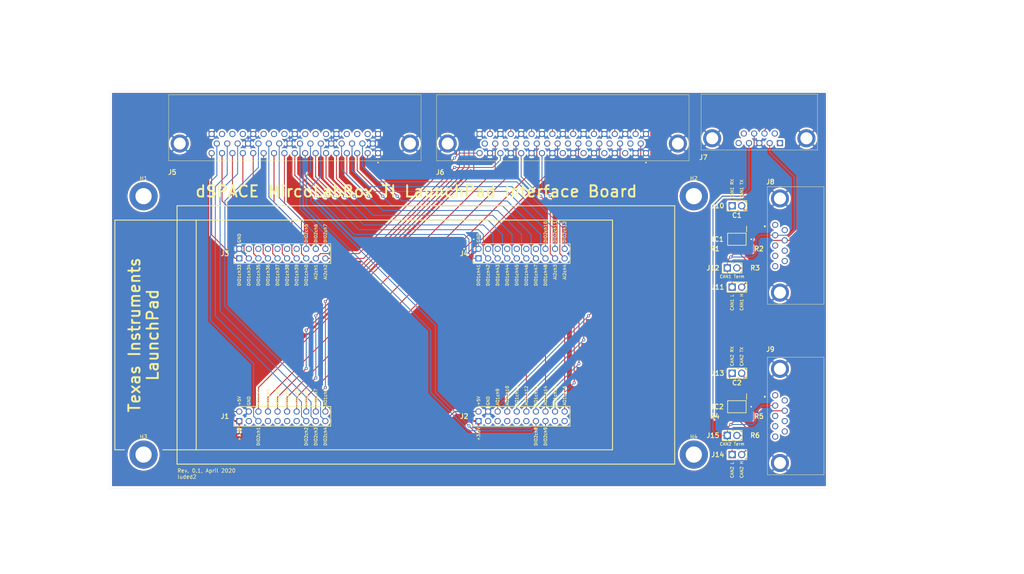
<source format=kicad_pcb>
(kicad_pcb (version 20171130) (host pcbnew "(5.1.5)-3")
  (layers (0 F.Cu signal) (31 B.Cu signal) (34 B.Paste user) (35 F.Paste user) (36 B.SilkS user) (37 F.SilkS user) (38 B.Mask user) (39 F.Mask user) (44 Edge.Cuts user))
  (net 0 "")
  (net 1 "Net-(J1-Pad3)")
  (net 2 "Net-(J1-Pad7)")
  (net 3 "Net-(J1-Pad9)")
  (net 4 "Net-(J1-Pad11)")
  (net 5 "Net-(J1-Pad13)")
  (net 6 "Net-(J2-Pad3)")
  (net 7 "Net-(J2-Pad5)")
  (net 8 "Net-(J2-Pad7)")
  (net 9 "Net-(J2-Pad9)")
  (net 10 "Net-(J2-Pad11)")
  (net 11 "Net-(J2-Pad17)")
  (net 12 "Net-(J2-Pad19)")
  (net 13 +3V3)
  (net 14 +5V)
  (net 15 GND)
  (net 16 "Net-(J3-Pad14)")
  (net 17 "Net-(J3-Pad12)")
  (net 18 "Net-(J3-Pad10)")
  (net 19 "Net-(J3-Pad8)")
  (net 20 "Net-(J3-Pad6)")
  (net 21 "Net-(J3-Pad4)")
  (net 22 "Net-(J4-Pad14)")
  (net 23 "Net-(J4-Pad12)")
  (net 24 "Net-(J4-Pad10)")
  (net 25 "Net-(J4-Pad8)")
  (net 26 "Net-(J4-Pad6)")
  (net 27 "Net-(J4-Pad4)")
  (net 28 "Net-(J5-Pad49)")
  (net 29 "Net-(J5-Pad48)")
  (net 30 "Net-(J5-Pad47)")
  (net 31 "Net-(J5-Pad45)")
  (net 32 "Net-(J5-Pad44)")
  (net 33 "Net-(J5-Pad43)")
  (net 34 "Net-(J5-Pad41)")
  (net 35 "Net-(J5-Pad40)")
  (net 36 "Net-(J5-Pad39)")
  (net 37 "Net-(J5-Pad37)")
  (net 38 "Net-(J5-Pad36)")
  (net 39 "Net-(J5-Pad35)")
  (net 40 "Net-(J6-Pad33)")
  (net 41 "Net-(J6-Pad31)")
  (net 42 "Net-(J6-Pad29)")
  (net 43 "Net-(J6-Pad27)")
  (net 44 "Net-(J6-Pad25)")
  (net 45 "Net-(J6-Pad23)")
  (net 46 "Net-(J6-Pad21)")
  (net 47 "Net-(J6-Pad19)")
  (net 48 "Net-(J6-Pad9)")
  (net 49 "Net-(J6-Pad7)")
  (net 50 "Net-(J6-Pad5)")
  (net 51 "Net-(J6-Pad3)")
  (net 52 /DIO2ch1)
  (net 53 /AO1ch8)
  (net 54 /DIO2ch4)
  (net 55 /AO1ch7)
  (net 56 /DIO2ch3)
  (net 57 /AO1ch6)
  (net 58 /DIO2ch2)
  (net 59 /AO1ch5)
  (net 60 /AO1ch4)
  (net 61 /AO1ch3)
  (net 62 /AO1ch2)
  (net 63 /AO1ch1)
  (net 64 /DIO1ch48)
  (net 65 /DIO1ch47)
  (net 66 /DIO1ch46)
  (net 67 /DIO1ch45)
  (net 68 /DIO1ch44)
  (net 69 /DIO1ch43)
  (net 70 /DIO1ch42)
  (net 71 /DIO1ch41)
  (net 72 /DIO1ch40)
  (net 73 /DIO1ch39)
  (net 74 /DIO1ch38)
  (net 75 /DIO1ch37)
  (net 76 /DIO1ch36)
  (net 77 /DIO1ch35)
  (net 78 /DIO1ch33)
  (net 79 /DIO2ch5)
  (net 80 /DIO2ch6)
  (net 81 /DIO2ch7)
  (net 82 /DIO2ch8)
  (net 83 /DIO2ch9)
  (net 84 /DIO2ch10)
  (net 85 /DIO2ch11)
  (net 86 /DIO2ch12)
  (net 87 /AO1ch16)
  (net 88 /AO1ch9)
  (net 89 /AO1ch11)
  (net 90 /AO1ch13)
  (net 91 /AO1ch15)
  (net 92 /AO1ch10)
  (net 93 /AO1ch12)
  (net 94 /AO1ch14)
  (net 95 /DIO1ch34)
  (net 96 /AI2ch2)
  (net 97 /AI2ch1)
  (net 98 /AI2ch4)
  (net 99 /AI2ch3)
  (net 100 "Net-(J7-Pad1)")
  (net 101 "Net-(J7-Pad5)")
  (net 102 "Net-(J7-Pad6)")
  (net 103 "Net-(J7-Pad9)")
  (net 104 "Net-(J8-Pad1)")
  (net 105 "Net-(J8-Pad3)")
  (net 106 "Net-(J8-Pad4)")
  (net 107 "Net-(J8-Pad5)")
  (net 108 "Net-(J8-Pad6)")
  (net 109 "Net-(J8-Pad8)")
  (net 110 "Net-(J8-Pad9)")
  (net 111 "Net-(J9-Pad9)")
  (net 112 "Net-(J9-Pad8)")
  (net 113 "Net-(J9-Pad6)")
  (net 114 "Net-(J9-Pad5)")
  (net 115 "Net-(J9-Pad4)")
  (net 116 "Net-(J9-Pad3)")
  (net 117 "Net-(J9-Pad1)")
  (net 118 "Net-(IC1-Pad1)")
  (net 119 "Net-(IC1-Pad4)")
  (net 120 "Net-(IC1-Pad8)")
  (net 121 /CANLch1)
  (net 122 /CANLch2)
  (net 123 /CANHch1)
  (net 124 /CANHch2)
  (net 125 "Net-(J12-Pad2)")
  (net 126 "Net-(IC2-Pad1)")
  (net 127 "Net-(IC2-Pad4)")
  (net 128 "Net-(IC2-Pad8)")
  (net 129 "Net-(J15-Pad2)")
  (net 130 "Net-(H1-Pad1)")
  (net 131 "Net-(H2-Pad1)")
  (net 132 "Net-(H3-Pad1)")
  (net 133 "Net-(H4-Pad1)")
  (module SamacSys_Parts:09665627812 (layer F.Cu) (at 184.15 53.34 180)
    (fp_text reference J6 (at 54.61 -5.08) (layer F.SilkS) (effects (font (size 1.27 1.27) (thickness 0.254))))
    (fp_text value 09665627812 hide)
    (pad 1 thru_hole circle (at 0 0 180) (size 1.65 1.65) (drill 1.1) (layers *.Cu *.Mask) (net 15 GND))
    (pad 2 thru_hole circle (at 2.76 0 180) (size 1.65 1.65) (drill 1.1) (layers *.Cu *.Mask) (net 15 GND))
    (pad 3 thru_hole circle (at 5.52 0 180) (size 1.65 1.65) (drill 1.1) (layers *.Cu *.Mask) (net 51 "Net-(J6-Pad3)"))
    (pad 4 thru_hole circle (at 8.28 0 180) (size 1.65 1.65) (drill 1.1) (layers *.Cu *.Mask) (net 15 GND))
    (pad 5 thru_hole circle (at 11.04 0 180) (size 1.65 1.65) (drill 1.1) (layers *.Cu *.Mask) (net 50 "Net-(J6-Pad5)"))
    (pad 6 thru_hole circle (at 13.8 0 180) (size 1.65 1.65) (drill 1.1) (layers *.Cu *.Mask) (net 15 GND))
    (pad 7 thru_hole circle (at 16.56 0 180) (size 1.65 1.65) (drill 1.1) (layers *.Cu *.Mask) (net 49 "Net-(J6-Pad7)"))
    (pad 8 thru_hole circle (at 19.32 0 180) (size 1.65 1.65) (drill 1.1) (layers *.Cu *.Mask) (net 15 GND))
    (pad 9 thru_hole circle (at 22.08 0 180) (size 1.65 1.65) (drill 1.1) (layers *.Cu *.Mask) (net 48 "Net-(J6-Pad9)"))
    (pad 10 thru_hole circle (at 24.84 0 180) (size 1.65 1.65) (drill 1.1) (layers *.Cu *.Mask) (net 15 GND))
    (pad 11 thru_hole circle (at 27.6 0 180) (size 1.65 1.65) (drill 1.1) (layers *.Cu *.Mask) (net 98 /AI2ch4))
    (pad 12 thru_hole circle (at 30.36 0 180) (size 1.65 1.65) (drill 1.1) (layers *.Cu *.Mask) (net 15 GND))
    (pad 13 thru_hole circle (at 33.12 0 180) (size 1.65 1.65) (drill 1.1) (layers *.Cu *.Mask) (net 99 /AI2ch3))
    (pad 14 thru_hole circle (at 35.88 0 180) (size 1.65 1.65) (drill 1.1) (layers *.Cu *.Mask) (net 15 GND))
    (pad 15 thru_hole circle (at 38.64 0 180) (size 1.65 1.65) (drill 1.1) (layers *.Cu *.Mask) (net 96 /AI2ch2))
    (pad 16 thru_hole circle (at 41.4 0 180) (size 1.65 1.65) (drill 1.1) (layers *.Cu *.Mask) (net 15 GND))
    (pad 17 thru_hole circle (at 44.16 0 180) (size 1.65 1.65) (drill 1.1) (layers *.Cu *.Mask) (net 97 /AI2ch1))
    (pad 18 thru_hole circle (at 1.38 2.54 180) (size 1.65 1.65) (drill 1.1) (layers *.Cu *.Mask) (net 87 /AO1ch16))
    (pad 19 thru_hole circle (at 4.14 2.54 180) (size 1.65 1.65) (drill 1.1) (layers *.Cu *.Mask) (net 47 "Net-(J6-Pad19)"))
    (pad 20 thru_hole circle (at 6.9 2.54 180) (size 1.65 1.65) (drill 1.1) (layers *.Cu *.Mask) (net 94 /AO1ch14))
    (pad 21 thru_hole circle (at 9.66 2.54 180) (size 1.65 1.65) (drill 1.1) (layers *.Cu *.Mask) (net 46 "Net-(J6-Pad21)"))
    (pad 22 thru_hole circle (at 12.42 2.54 180) (size 1.65 1.65) (drill 1.1) (layers *.Cu *.Mask) (net 93 /AO1ch12))
    (pad 23 thru_hole circle (at 15.18 2.54 180) (size 1.65 1.65) (drill 1.1) (layers *.Cu *.Mask) (net 45 "Net-(J6-Pad23)"))
    (pad 24 thru_hole circle (at 17.94 2.54 180) (size 1.65 1.65) (drill 1.1) (layers *.Cu *.Mask) (net 92 /AO1ch10))
    (pad 25 thru_hole circle (at 20.7 2.54 180) (size 1.65 1.65) (drill 1.1) (layers *.Cu *.Mask) (net 44 "Net-(J6-Pad25)"))
    (pad 26 thru_hole circle (at 23.46 2.54 180) (size 1.65 1.65) (drill 1.1) (layers *.Cu *.Mask) (net 53 /AO1ch8))
    (pad 27 thru_hole circle (at 26.22 2.54 180) (size 1.65 1.65) (drill 1.1) (layers *.Cu *.Mask) (net 43 "Net-(J6-Pad27)"))
    (pad 28 thru_hole circle (at 28.98 2.54 180) (size 1.65 1.65) (drill 1.1) (layers *.Cu *.Mask) (net 57 /AO1ch6))
    (pad 29 thru_hole circle (at 31.74 2.54 180) (size 1.65 1.65) (drill 1.1) (layers *.Cu *.Mask) (net 42 "Net-(J6-Pad29)"))
    (pad 30 thru_hole circle (at 34.5 2.54 180) (size 1.65 1.65) (drill 1.1) (layers *.Cu *.Mask) (net 60 /AO1ch4))
    (pad 31 thru_hole circle (at 37.26 2.54 180) (size 1.65 1.65) (drill 1.1) (layers *.Cu *.Mask) (net 41 "Net-(J6-Pad31)"))
    (pad 32 thru_hole circle (at 40.02 2.54 180) (size 1.65 1.65) (drill 1.1) (layers *.Cu *.Mask) (net 62 /AO1ch2))
    (pad 33 thru_hole circle (at 42.78 2.54 180) (size 1.65 1.65) (drill 1.1) (layers *.Cu *.Mask) (net 40 "Net-(J6-Pad33)"))
    (pad 34 thru_hole circle (at 0 5.08 180) (size 1.65 1.65) (drill 1.1) (layers *.Cu *.Mask) (net 15 GND))
    (pad 35 thru_hole circle (at 2.76 5.08 180) (size 1.65 1.65) (drill 1.1) (layers *.Cu *.Mask) (net 91 /AO1ch15))
    (pad 36 thru_hole circle (at 5.52 5.08 180) (size 1.65 1.65) (drill 1.1) (layers *.Cu *.Mask) (net 15 GND))
    (pad 37 thru_hole circle (at 8.28 5.08 180) (size 1.65 1.65) (drill 1.1) (layers *.Cu *.Mask) (net 90 /AO1ch13))
    (pad 38 thru_hole circle (at 11.04 5.08 180) (size 1.65 1.65) (drill 1.1) (layers *.Cu *.Mask) (net 15 GND))
    (pad 39 thru_hole circle (at 13.8 5.08 180) (size 1.65 1.65) (drill 1.1) (layers *.Cu *.Mask) (net 89 /AO1ch11))
    (pad 40 thru_hole circle (at 16.56 5.08 180) (size 1.65 1.65) (drill 1.1) (layers *.Cu *.Mask) (net 15 GND))
    (pad 41 thru_hole circle (at 19.32 5.08 180) (size 1.65 1.65) (drill 1.1) (layers *.Cu *.Mask) (net 88 /AO1ch9))
    (pad 42 thru_hole circle (at 22.08 5.08 180) (size 1.65 1.65) (drill 1.1) (layers *.Cu *.Mask) (net 15 GND))
    (pad 43 thru_hole circle (at 24.84 5.08 180) (size 1.65 1.65) (drill 1.1) (layers *.Cu *.Mask) (net 55 /AO1ch7))
    (pad 44 thru_hole circle (at 27.6 5.08 180) (size 1.65 1.65) (drill 1.1) (layers *.Cu *.Mask) (net 15 GND))
    (pad 45 thru_hole circle (at 30.36 5.08 180) (size 1.65 1.65) (drill 1.1) (layers *.Cu *.Mask) (net 59 /AO1ch5))
    (pad 46 thru_hole circle (at 33.12 5.08 180) (size 1.65 1.65) (drill 1.1) (layers *.Cu *.Mask) (net 15 GND))
    (pad 47 thru_hole circle (at 35.88 5.08 180) (size 1.65 1.65) (drill 1.1) (layers *.Cu *.Mask) (net 61 /AO1ch3))
    (pad 48 thru_hole circle (at 38.64 5.08 180) (size 1.65 1.65) (drill 1.1) (layers *.Cu *.Mask) (net 15 GND))
    (pad 49 thru_hole circle (at 41.4 5.08 180) (size 1.65 1.65) (drill 1.1) (layers *.Cu *.Mask) (net 63 /AO1ch1))
    (pad 50 thru_hole circle (at 44.16 5.08 180) (size 1.65 1.65) (drill 1.1) (layers *.Cu *.Mask) (net 15 GND))
    (pad MH1 thru_hole circle (at -8.47 2.54 180) (size 4.8 4.8) (drill 3.2) (layers *.Cu *.Mask) (net 15 GND))
    (pad MH2 thru_hole circle (at 52.63 2.54 180) (size 4.8 4.8) (drill 3.2) (layers *.Cu *.Mask) (net 15 GND))
  )
  (module SamacSys_Parts:CAPC1005X55N (layer F.Cu) (at 208.28 71.12)
    (fp_text reference C1 (at 0 -1.27) (layer F.SilkS) (effects (font (size 1.27 1.27) (thickness 0.254))))
    (fp_text value GRM155R61A104KA01D hide)
    (pad 1 smd rect (at -0.46 0) (size 0.6 0.62) (layers F.Cu F.Paste F.Mask) (net 13 +3V3))
    (pad 2 smd rect (at 0.46 0) (size 0.6 0.62) (layers F.Cu F.Paste F.Mask) (net 15 GND))
  )
  (module SamacSys_Parts:CAPC1005X55N (layer F.Cu) (at 208.28 115.57)
    (fp_text reference C2 (at 0 -1.27) (layer F.SilkS) (effects (font (size 1.27 1.27) (thickness 0.254))))
    (fp_text value GRM155R61A104KA01D hide)
    (pad 2 smd rect (at 0.46 0) (size 0.6 0.62) (layers F.Cu F.Paste F.Mask) (net 15 GND))
    (pad 1 smd rect (at -0.46 0) (size 0.6 0.62) (layers F.Cu F.Paste F.Mask) (net 13 +3V3))
  )
  (module SamacSys_Parts:SOIC127P600X175-8N (layer F.Cu) (at 208.28 76.2 270)
    (fp_text reference IC1 (at 0 5.08 180) (layer F.SilkS) (effects (font (size 1.27 1.27) (thickness 0.254))))
    (fp_text value SN65HVD234DR hide)
    (pad 8 smd rect (at 2.711 -1.905) (size 0.65 1.528) (layers F.Cu F.Paste F.Mask) (net 120 "Net-(IC1-Pad8)"))
    (pad 7 smd rect (at 2.711 -0.635) (size 0.65 1.528) (layers F.Cu F.Paste F.Mask) (net 123 /CANHch1))
    (pad 6 smd rect (at 2.711 0.635) (size 0.65 1.528) (layers F.Cu F.Paste F.Mask) (net 121 /CANLch1))
    (pad 5 smd rect (at 2.711 1.905) (size 0.65 1.528) (layers F.Cu F.Paste F.Mask) (net 123 /CANHch1))
    (pad 4 smd rect (at -2.711 1.905) (size 0.65 1.528) (layers F.Cu F.Paste F.Mask) (net 119 "Net-(IC1-Pad4)"))
    (pad 3 smd rect (at -2.711 0.635) (size 0.65 1.528) (layers F.Cu F.Paste F.Mask) (net 13 +3V3))
    (pad 2 smd rect (at -2.711 -0.635) (size 0.65 1.528) (layers F.Cu F.Paste F.Mask) (net 15 GND))
    (pad 1 smd rect (at -2.711 -1.905) (size 0.65 1.528) (layers F.Cu F.Paste F.Mask) (net 118 "Net-(IC1-Pad1)"))
  )
  (module SamacSys_Parts:SOIC127P600X175-8N (layer F.Cu) (at 208.28 120.65 270)
    (fp_text reference IC2 (at 0 5.08 180) (layer F.SilkS) (effects (font (size 1.27 1.27) (thickness 0.254))))
    (fp_text value SN65HVD234DR hide)
    (pad 1 smd rect (at -2.711 -1.905) (size 0.65 1.528) (layers F.Cu F.Paste F.Mask) (net 126 "Net-(IC2-Pad1)"))
    (pad 2 smd rect (at -2.711 -0.635) (size 0.65 1.528) (layers F.Cu F.Paste F.Mask) (net 15 GND))
    (pad 3 smd rect (at -2.711 0.635) (size 0.65 1.528) (layers F.Cu F.Paste F.Mask) (net 13 +3V3))
    (pad 4 smd rect (at -2.711 1.905) (size 0.65 1.528) (layers F.Cu F.Paste F.Mask) (net 127 "Net-(IC2-Pad4)"))
    (pad 5 smd rect (at 2.711 1.905) (size 0.65 1.528) (layers F.Cu F.Paste F.Mask) (net 124 /CANHch2))
    (pad 6 smd rect (at 2.711 0.635) (size 0.65 1.528) (layers F.Cu F.Paste F.Mask) (net 122 /CANLch2))
    (pad 7 smd rect (at 2.711 -0.635) (size 0.65 1.528) (layers F.Cu F.Paste F.Mask) (net 124 /CANHch2))
    (pad 8 smd rect (at 2.711 -1.905) (size 0.65 1.528) (layers F.Cu F.Paste F.Mask) (net 128 "Net-(IC2-Pad8)"))
  )
  (module SamacSys_Parts:HDRV20W64P254X254_2X10_2540X508X869P (layer F.Cu) (at 76.2 124.46)
    (fp_text reference J1 (at -3.81 -1.27) (layer F.SilkS) (effects (font (size 1.27 1.27) (thickness 0.254))))
    (fp_text value 61302021121 hide)
    (pad 20 thru_hole circle (at 22.86 -2.54) (size 1.65 1.65) (drill 1.1) (layers *.Cu *.Mask) (net 53 /AO1ch8))
    (pad 19 thru_hole circle (at 22.86 0) (size 1.65 1.65) (drill 1.1) (layers *.Cu *.Mask) (net 54 /DIO2ch4))
    (pad 18 thru_hole circle (at 20.32 -2.54) (size 1.65 1.65) (drill 1.1) (layers *.Cu *.Mask) (net 55 /AO1ch7))
    (pad 17 thru_hole circle (at 20.32 0) (size 1.65 1.65) (drill 1.1) (layers *.Cu *.Mask) (net 56 /DIO2ch3))
    (pad 16 thru_hole circle (at 17.78 -2.54) (size 1.65 1.65) (drill 1.1) (layers *.Cu *.Mask) (net 57 /AO1ch6))
    (pad 15 thru_hole circle (at 17.78 0) (size 1.65 1.65) (drill 1.1) (layers *.Cu *.Mask) (net 58 /DIO2ch2))
    (pad 14 thru_hole circle (at 15.24 -2.54) (size 1.65 1.65) (drill 1.1) (layers *.Cu *.Mask) (net 59 /AO1ch5))
    (pad 13 thru_hole circle (at 15.24 0) (size 1.65 1.65) (drill 1.1) (layers *.Cu *.Mask) (net 5 "Net-(J1-Pad13)"))
    (pad 12 thru_hole circle (at 12.7 -2.54) (size 1.65 1.65) (drill 1.1) (layers *.Cu *.Mask) (net 60 /AO1ch4))
    (pad 11 thru_hole circle (at 12.7 0) (size 1.65 1.65) (drill 1.1) (layers *.Cu *.Mask) (net 4 "Net-(J1-Pad11)"))
    (pad 10 thru_hole circle (at 10.16 -2.54) (size 1.65 1.65) (drill 1.1) (layers *.Cu *.Mask) (net 61 /AO1ch3))
    (pad 9 thru_hole circle (at 10.16 0) (size 1.65 1.65) (drill 1.1) (layers *.Cu *.Mask) (net 3 "Net-(J1-Pad9)"))
    (pad 8 thru_hole circle (at 7.62 -2.54) (size 1.65 1.65) (drill 1.1) (layers *.Cu *.Mask) (net 62 /AO1ch2))
    (pad 7 thru_hole circle (at 7.62 0) (size 1.65 1.65) (drill 1.1) (layers *.Cu *.Mask) (net 2 "Net-(J1-Pad7)"))
    (pad 6 thru_hole circle (at 5.08 -2.54) (size 1.65 1.65) (drill 1.1) (layers *.Cu *.Mask) (net 63 /AO1ch1))
    (pad 5 thru_hole circle (at 5.08 0) (size 1.65 1.65) (drill 1.1) (layers *.Cu *.Mask) (net 52 /DIO2ch1))
    (pad 4 thru_hole circle (at 2.54 -2.54) (size 1.65 1.65) (drill 1.1) (layers *.Cu *.Mask) (net 15 GND))
    (pad 3 thru_hole circle (at 2.54 0) (size 1.65 1.65) (drill 1.1) (layers *.Cu *.Mask) (net 1 "Net-(J1-Pad3)"))
    (pad 2 thru_hole circle (at 0 -2.54) (size 1.65 1.65) (drill 1.1) (layers *.Cu *.Mask) (net 14 +5V))
    (pad 1 thru_hole rect (at 0 0) (size 1.65 1.65) (drill 1.1) (layers *.Cu *.Mask) (net 13 +3V3))
  )
  (module SamacSys_Parts:HDRV20W64P254X254_2X10_2540X508X869P (layer F.Cu) (at 139.7 124.46)
    (fp_text reference J2 (at -3.81 -1.27) (layer F.SilkS) (effects (font (size 1.27 1.27) (thickness 0.254))))
    (fp_text value 61302021121 hide)
    (pad 1 thru_hole rect (at 0 0) (size 1.65 1.65) (drill 1.1) (layers *.Cu *.Mask) (net 13 +3V3))
    (pad 2 thru_hole circle (at 0 -2.54) (size 1.65 1.65) (drill 1.1) (layers *.Cu *.Mask) (net 14 +5V))
    (pad 3 thru_hole circle (at 2.54 0) (size 1.65 1.65) (drill 1.1) (layers *.Cu *.Mask) (net 6 "Net-(J2-Pad3)"))
    (pad 4 thru_hole circle (at 2.54 -2.54) (size 1.65 1.65) (drill 1.1) (layers *.Cu *.Mask) (net 15 GND))
    (pad 5 thru_hole circle (at 5.08 0) (size 1.65 1.65) (drill 1.1) (layers *.Cu *.Mask) (net 7 "Net-(J2-Pad5)"))
    (pad 6 thru_hole circle (at 5.08 -2.54) (size 1.65 1.65) (drill 1.1) (layers *.Cu *.Mask) (net 88 /AO1ch9))
    (pad 7 thru_hole circle (at 7.62 0) (size 1.65 1.65) (drill 1.1) (layers *.Cu *.Mask) (net 8 "Net-(J2-Pad7)"))
    (pad 8 thru_hole circle (at 7.62 -2.54) (size 1.65 1.65) (drill 1.1) (layers *.Cu *.Mask) (net 92 /AO1ch10))
    (pad 9 thru_hole circle (at 10.16 0) (size 1.65 1.65) (drill 1.1) (layers *.Cu *.Mask) (net 9 "Net-(J2-Pad9)"))
    (pad 10 thru_hole circle (at 10.16 -2.54) (size 1.65 1.65) (drill 1.1) (layers *.Cu *.Mask) (net 89 /AO1ch11))
    (pad 11 thru_hole circle (at 12.7 0) (size 1.65 1.65) (drill 1.1) (layers *.Cu *.Mask) (net 10 "Net-(J2-Pad11)"))
    (pad 12 thru_hole circle (at 12.7 -2.54) (size 1.65 1.65) (drill 1.1) (layers *.Cu *.Mask) (net 93 /AO1ch12))
    (pad 13 thru_hole circle (at 15.24 0) (size 1.65 1.65) (drill 1.1) (layers *.Cu *.Mask) (net 82 /DIO2ch8))
    (pad 14 thru_hole circle (at 15.24 -2.54) (size 1.65 1.65) (drill 1.1) (layers *.Cu *.Mask) (net 90 /AO1ch13))
    (pad 15 thru_hole circle (at 17.78 0) (size 1.65 1.65) (drill 1.1) (layers *.Cu *.Mask) (net 83 /DIO2ch9))
    (pad 16 thru_hole circle (at 17.78 -2.54) (size 1.65 1.65) (drill 1.1) (layers *.Cu *.Mask) (net 94 /AO1ch14))
    (pad 17 thru_hole circle (at 20.32 0) (size 1.65 1.65) (drill 1.1) (layers *.Cu *.Mask) (net 11 "Net-(J2-Pad17)"))
    (pad 18 thru_hole circle (at 20.32 -2.54) (size 1.65 1.65) (drill 1.1) (layers *.Cu *.Mask) (net 91 /AO1ch15))
    (pad 19 thru_hole circle (at 22.86 0) (size 1.65 1.65) (drill 1.1) (layers *.Cu *.Mask) (net 12 "Net-(J2-Pad19)"))
    (pad 20 thru_hole circle (at 22.86 -2.54) (size 1.65 1.65) (drill 1.1) (layers *.Cu *.Mask) (net 87 /AO1ch16))
  )
  (module SamacSys_Parts:HDRV20W64P254X254_2X10_2540X508X869P (layer F.Cu) (at 76.2 81.28)
    (fp_text reference J3 (at -3.81 -1.27) (layer F.SilkS) (effects (font (size 1.27 1.27) (thickness 0.254))))
    (fp_text value 61302021121 hide)
    (pad 20 thru_hole circle (at 22.86 -2.54) (size 1.65 1.65) (drill 1.1) (layers *.Cu *.Mask) (net 81 /DIO2ch7))
    (pad 19 thru_hole circle (at 22.86 0) (size 1.65 1.65) (drill 1.1) (layers *.Cu *.Mask) (net 96 /AI2ch2))
    (pad 18 thru_hole circle (at 20.32 -2.54) (size 1.65 1.65) (drill 1.1) (layers *.Cu *.Mask) (net 80 /DIO2ch6))
    (pad 17 thru_hole circle (at 20.32 0) (size 1.65 1.65) (drill 1.1) (layers *.Cu *.Mask) (net 97 /AI2ch1))
    (pad 16 thru_hole circle (at 17.78 -2.54) (size 1.65 1.65) (drill 1.1) (layers *.Cu *.Mask) (net 79 /DIO2ch5))
    (pad 15 thru_hole circle (at 17.78 0) (size 1.65 1.65) (drill 1.1) (layers *.Cu *.Mask) (net 72 /DIO1ch40))
    (pad 14 thru_hole circle (at 15.24 -2.54) (size 1.65 1.65) (drill 1.1) (layers *.Cu *.Mask) (net 16 "Net-(J3-Pad14)"))
    (pad 13 thru_hole circle (at 15.24 0) (size 1.65 1.65) (drill 1.1) (layers *.Cu *.Mask) (net 73 /DIO1ch39))
    (pad 12 thru_hole circle (at 12.7 -2.54) (size 1.65 1.65) (drill 1.1) (layers *.Cu *.Mask) (net 17 "Net-(J3-Pad12)"))
    (pad 11 thru_hole circle (at 12.7 0) (size 1.65 1.65) (drill 1.1) (layers *.Cu *.Mask) (net 74 /DIO1ch38))
    (pad 10 thru_hole circle (at 10.16 -2.54) (size 1.65 1.65) (drill 1.1) (layers *.Cu *.Mask) (net 18 "Net-(J3-Pad10)"))
    (pad 9 thru_hole circle (at 10.16 0) (size 1.65 1.65) (drill 1.1) (layers *.Cu *.Mask) (net 75 /DIO1ch37))
    (pad 8 thru_hole circle (at 7.62 -2.54) (size 1.65 1.65) (drill 1.1) (layers *.Cu *.Mask) (net 19 "Net-(J3-Pad8)"))
    (pad 7 thru_hole circle (at 7.62 0) (size 1.65 1.65) (drill 1.1) (layers *.Cu *.Mask) (net 76 /DIO1ch36))
    (pad 6 thru_hole circle (at 5.08 -2.54) (size 1.65 1.65) (drill 1.1) (layers *.Cu *.Mask) (net 20 "Net-(J3-Pad6)"))
    (pad 5 thru_hole circle (at 5.08 0) (size 1.65 1.65) (drill 1.1) (layers *.Cu *.Mask) (net 77 /DIO1ch35))
    (pad 4 thru_hole circle (at 2.54 -2.54) (size 1.65 1.65) (drill 1.1) (layers *.Cu *.Mask) (net 21 "Net-(J3-Pad4)"))
    (pad 3 thru_hole circle (at 2.54 0) (size 1.65 1.65) (drill 1.1) (layers *.Cu *.Mask) (net 95 /DIO1ch34))
    (pad 2 thru_hole circle (at 0 -2.54) (size 1.65 1.65) (drill 1.1) (layers *.Cu *.Mask) (net 15 GND))
    (pad 1 thru_hole rect (at 0 0) (size 1.65 1.65) (drill 1.1) (layers *.Cu *.Mask) (net 78 /DIO1ch33))
  )
  (module SamacSys_Parts:HDRV20W64P254X254_2X10_2540X508X869P (layer F.Cu) (at 139.7 81.28)
    (fp_text reference J4 (at -3.81 -1.27) (layer F.SilkS) (effects (font (size 1.27 1.27) (thickness 0.254))))
    (fp_text value 61302021121 hide)
    (pad 1 thru_hole rect (at 0 0) (size 1.65 1.65) (drill 1.1) (layers *.Cu *.Mask) (net 71 /DIO1ch41))
    (pad 2 thru_hole circle (at 0 -2.54) (size 1.65 1.65) (drill 1.1) (layers *.Cu *.Mask) (net 15 GND))
    (pad 3 thru_hole circle (at 2.54 0) (size 1.65 1.65) (drill 1.1) (layers *.Cu *.Mask) (net 70 /DIO1ch42))
    (pad 4 thru_hole circle (at 2.54 -2.54) (size 1.65 1.65) (drill 1.1) (layers *.Cu *.Mask) (net 27 "Net-(J4-Pad4)"))
    (pad 5 thru_hole circle (at 5.08 0) (size 1.65 1.65) (drill 1.1) (layers *.Cu *.Mask) (net 69 /DIO1ch43))
    (pad 6 thru_hole circle (at 5.08 -2.54) (size 1.65 1.65) (drill 1.1) (layers *.Cu *.Mask) (net 26 "Net-(J4-Pad6)"))
    (pad 7 thru_hole circle (at 7.62 0) (size 1.65 1.65) (drill 1.1) (layers *.Cu *.Mask) (net 68 /DIO1ch44))
    (pad 8 thru_hole circle (at 7.62 -2.54) (size 1.65 1.65) (drill 1.1) (layers *.Cu *.Mask) (net 25 "Net-(J4-Pad8)"))
    (pad 9 thru_hole circle (at 10.16 0) (size 1.65 1.65) (drill 1.1) (layers *.Cu *.Mask) (net 67 /DIO1ch45))
    (pad 10 thru_hole circle (at 10.16 -2.54) (size 1.65 1.65) (drill 1.1) (layers *.Cu *.Mask) (net 24 "Net-(J4-Pad10)"))
    (pad 11 thru_hole circle (at 12.7 0) (size 1.65 1.65) (drill 1.1) (layers *.Cu *.Mask) (net 66 /DIO1ch46))
    (pad 12 thru_hole circle (at 12.7 -2.54) (size 1.65 1.65) (drill 1.1) (layers *.Cu *.Mask) (net 23 "Net-(J4-Pad12)"))
    (pad 13 thru_hole circle (at 15.24 0) (size 1.65 1.65) (drill 1.1) (layers *.Cu *.Mask) (net 65 /DIO1ch47))
    (pad 14 thru_hole circle (at 15.24 -2.54) (size 1.65 1.65) (drill 1.1) (layers *.Cu *.Mask) (net 22 "Net-(J4-Pad14)"))
    (pad 15 thru_hole circle (at 17.78 0) (size 1.65 1.65) (drill 1.1) (layers *.Cu *.Mask) (net 64 /DIO1ch48))
    (pad 16 thru_hole circle (at 17.78 -2.54) (size 1.65 1.65) (drill 1.1) (layers *.Cu *.Mask) (net 84 /DIO2ch10))
    (pad 17 thru_hole circle (at 20.32 0) (size 1.65 1.65) (drill 1.1) (layers *.Cu *.Mask) (net 99 /AI2ch3))
    (pad 18 thru_hole circle (at 20.32 -2.54) (size 1.65 1.65) (drill 1.1) (layers *.Cu *.Mask) (net 85 /DIO2ch11))
    (pad 19 thru_hole circle (at 22.86 0) (size 1.65 1.65) (drill 1.1) (layers *.Cu *.Mask) (net 98 /AI2ch4))
    (pad 20 thru_hole circle (at 22.86 -2.54) (size 1.65 1.65) (drill 1.1) (layers *.Cu *.Mask) (net 86 /DIO2ch12))
  )
  (module SamacSys_Parts:09665627812 (layer F.Cu) (at 113.03 53.34 180)
    (fp_text reference J5 (at 54.61 -5.08) (layer F.SilkS) (effects (font (size 1.27 1.27) (thickness 0.254))))
    (fp_text value 09665627812 hide)
    (pad MH2 thru_hole circle (at 52.63 2.54 180) (size 4.8 4.8) (drill 3.2) (layers *.Cu *.Mask) (net 15 GND))
    (pad MH1 thru_hole circle (at -8.47 2.54 180) (size 4.8 4.8) (drill 3.2) (layers *.Cu *.Mask) (net 15 GND))
    (pad 50 thru_hole circle (at 44.16 5.08 180) (size 1.65 1.65) (drill 1.1) (layers *.Cu *.Mask) (net 15 GND))
    (pad 49 thru_hole circle (at 41.4 5.08 180) (size 1.65 1.65) (drill 1.1) (layers *.Cu *.Mask) (net 28 "Net-(J5-Pad49)"))
    (pad 48 thru_hole circle (at 38.64 5.08 180) (size 1.65 1.65) (drill 1.1) (layers *.Cu *.Mask) (net 29 "Net-(J5-Pad48)"))
    (pad 47 thru_hole circle (at 35.88 5.08 180) (size 1.65 1.65) (drill 1.1) (layers *.Cu *.Mask) (net 30 "Net-(J5-Pad47)"))
    (pad 46 thru_hole circle (at 33.12 5.08 180) (size 1.65 1.65) (drill 1.1) (layers *.Cu *.Mask) (net 15 GND))
    (pad 45 thru_hole circle (at 30.36 5.08 180) (size 1.65 1.65) (drill 1.1) (layers *.Cu *.Mask) (net 31 "Net-(J5-Pad45)"))
    (pad 44 thru_hole circle (at 27.6 5.08 180) (size 1.65 1.65) (drill 1.1) (layers *.Cu *.Mask) (net 32 "Net-(J5-Pad44)"))
    (pad 43 thru_hole circle (at 24.84 5.08 180) (size 1.65 1.65) (drill 1.1) (layers *.Cu *.Mask) (net 33 "Net-(J5-Pad43)"))
    (pad 42 thru_hole circle (at 22.08 5.08 180) (size 1.65 1.65) (drill 1.1) (layers *.Cu *.Mask) (net 15 GND))
    (pad 41 thru_hole circle (at 19.32 5.08 180) (size 1.65 1.65) (drill 1.1) (layers *.Cu *.Mask) (net 34 "Net-(J5-Pad41)"))
    (pad 40 thru_hole circle (at 16.56 5.08 180) (size 1.65 1.65) (drill 1.1) (layers *.Cu *.Mask) (net 35 "Net-(J5-Pad40)"))
    (pad 39 thru_hole circle (at 13.8 5.08 180) (size 1.65 1.65) (drill 1.1) (layers *.Cu *.Mask) (net 36 "Net-(J5-Pad39)"))
    (pad 38 thru_hole circle (at 11.04 5.08 180) (size 1.65 1.65) (drill 1.1) (layers *.Cu *.Mask) (net 15 GND))
    (pad 37 thru_hole circle (at 8.28 5.08 180) (size 1.65 1.65) (drill 1.1) (layers *.Cu *.Mask) (net 37 "Net-(J5-Pad37)"))
    (pad 36 thru_hole circle (at 5.52 5.08 180) (size 1.65 1.65) (drill 1.1) (layers *.Cu *.Mask) (net 38 "Net-(J5-Pad36)"))
    (pad 35 thru_hole circle (at 2.76 5.08 180) (size 1.65 1.65) (drill 1.1) (layers *.Cu *.Mask) (net 39 "Net-(J5-Pad35)"))
    (pad 34 thru_hole circle (at 0 5.08 180) (size 1.65 1.65) (drill 1.1) (layers *.Cu *.Mask) (net 15 GND))
    (pad 33 thru_hole circle (at 42.78 2.54 180) (size 1.65 1.65) (drill 1.1) (layers *.Cu *.Mask) (net 52 /DIO2ch1))
    (pad 32 thru_hole circle (at 40.02 2.54 180) (size 1.65 1.65) (drill 1.1) (layers *.Cu *.Mask) (net 58 /DIO2ch2))
    (pad 31 thru_hole circle (at 37.26 2.54 180) (size 1.65 1.65) (drill 1.1) (layers *.Cu *.Mask) (net 56 /DIO2ch3))
    (pad 30 thru_hole circle (at 34.5 2.54 180) (size 1.65 1.65) (drill 1.1) (layers *.Cu *.Mask) (net 15 GND))
    (pad 29 thru_hole circle (at 31.74 2.54 180) (size 1.65 1.65) (drill 1.1) (layers *.Cu *.Mask) (net 54 /DIO2ch4))
    (pad 28 thru_hole circle (at 28.98 2.54 180) (size 1.65 1.65) (drill 1.1) (layers *.Cu *.Mask) (net 79 /DIO2ch5))
    (pad 27 thru_hole circle (at 26.22 2.54 180) (size 1.65 1.65) (drill 1.1) (layers *.Cu *.Mask) (net 80 /DIO2ch6))
    (pad 26 thru_hole circle (at 23.46 2.54 180) (size 1.65 1.65) (drill 1.1) (layers *.Cu *.Mask) (net 15 GND))
    (pad 25 thru_hole circle (at 20.7 2.54 180) (size 1.65 1.65) (drill 1.1) (layers *.Cu *.Mask) (net 81 /DIO2ch7))
    (pad 24 thru_hole circle (at 17.94 2.54 180) (size 1.65 1.65) (drill 1.1) (layers *.Cu *.Mask) (net 82 /DIO2ch8))
    (pad 23 thru_hole circle (at 15.18 2.54 180) (size 1.65 1.65) (drill 1.1) (layers *.Cu *.Mask) (net 83 /DIO2ch9))
    (pad 22 thru_hole circle (at 12.42 2.54 180) (size 1.65 1.65) (drill 1.1) (layers *.Cu *.Mask) (net 15 GND))
    (pad 21 thru_hole circle (at 9.66 2.54 180) (size 1.65 1.65) (drill 1.1) (layers *.Cu *.Mask) (net 84 /DIO2ch10))
    (pad 20 thru_hole circle (at 6.9 2.54 180) (size 1.65 1.65) (drill 1.1) (layers *.Cu *.Mask) (net 85 /DIO2ch11))
    (pad 19 thru_hole circle (at 4.14 2.54 180) (size 1.65 1.65) (drill 1.1) (layers *.Cu *.Mask) (net 86 /DIO2ch12))
    (pad 18 thru_hole circle (at 1.38 2.54 180) (size 1.65 1.65) (drill 1.1) (layers *.Cu *.Mask) (net 15 GND))
    (pad 17 thru_hole circle (at 44.16 0 180) (size 1.65 1.65) (drill 1.1) (layers *.Cu *.Mask) (net 78 /DIO1ch33))
    (pad 16 thru_hole circle (at 41.4 0 180) (size 1.65 1.65) (drill 1.1) (layers *.Cu *.Mask) (net 95 /DIO1ch34))
    (pad 15 thru_hole circle (at 38.64 0 180) (size 1.65 1.65) (drill 1.1) (layers *.Cu *.Mask) (net 77 /DIO1ch35))
    (pad 14 thru_hole circle (at 35.88 0 180) (size 1.65 1.65) (drill 1.1) (layers *.Cu *.Mask) (net 76 /DIO1ch36))
    (pad 13 thru_hole circle (at 33.12 0 180) (size 1.65 1.65) (drill 1.1) (layers *.Cu *.Mask) (net 75 /DIO1ch37))
    (pad 12 thru_hole circle (at 30.36 0 180) (size 1.65 1.65) (drill 1.1) (layers *.Cu *.Mask) (net 74 /DIO1ch38))
    (pad 11 thru_hole circle (at 27.6 0 180) (size 1.65 1.65) (drill 1.1) (layers *.Cu *.Mask) (net 73 /DIO1ch39))
    (pad 10 thru_hole circle (at 24.84 0 180) (size 1.65 1.65) (drill 1.1) (layers *.Cu *.Mask) (net 72 /DIO1ch40))
    (pad 9 thru_hole circle (at 22.08 0 180) (size 1.65 1.65) (drill 1.1) (layers *.Cu *.Mask) (net 71 /DIO1ch41))
    (pad 8 thru_hole circle (at 19.32 0 180) (size 1.65 1.65) (drill 1.1) (layers *.Cu *.Mask) (net 70 /DIO1ch42))
    (pad 7 thru_hole circle (at 16.56 0 180) (size 1.65 1.65) (drill 1.1) (layers *.Cu *.Mask) (net 69 /DIO1ch43))
    (pad 6 thru_hole circle (at 13.8 0 180) (size 1.65 1.65) (drill 1.1) (layers *.Cu *.Mask) (net 68 /DIO1ch44))
    (pad 5 thru_hole circle (at 11.04 0 180) (size 1.65 1.65) (drill 1.1) (layers *.Cu *.Mask) (net 67 /DIO1ch45))
    (pad 4 thru_hole circle (at 8.28 0 180) (size 1.65 1.65) (drill 1.1) (layers *.Cu *.Mask) (net 66 /DIO1ch46))
    (pad 3 thru_hole circle (at 5.52 0 180) (size 1.65 1.65) (drill 1.1) (layers *.Cu *.Mask) (net 65 /DIO1ch47))
    (pad 2 thru_hole circle (at 2.76 0 180) (size 1.65 1.65) (drill 1.1) (layers *.Cu *.Mask) (net 64 /DIO1ch48))
    (pad 1 thru_hole circle (at 0 0 180) (size 1.65 1.65) (drill 1.1) (layers *.Cu *.Mask) (net 15 GND))
  )
  (module SamacSys_Parts:09661626812 (layer F.Cu) (at 219.71 50.673 180)
    (fp_text reference J7 (at 20.32 -3.81) (layer F.SilkS) (effects (font (size 1.27 1.27) (thickness 0.254))))
    (fp_text value 09661626812 hide)
    (pad MH2 thru_hole circle (at 17.98 1.27 180) (size 4.8 4.8) (drill 3.2) (layers *.Cu *.Mask) (net 15 GND))
    (pad MH1 thru_hole circle (at -7.02 1.27 180) (size 4.8 4.8) (drill 3.2) (layers *.Cu *.Mask) (net 15 GND))
    (pad 9 thru_hole circle (at 9.59 2.54 180) (size 1.65 1.65) (drill 1.1) (layers *.Cu *.Mask) (net 103 "Net-(J7-Pad9)"))
    (pad 8 thru_hole circle (at 6.85 2.54 180) (size 1.65 1.65) (drill 1.1) (layers *.Cu *.Mask) (net 124 /CANHch2))
    (pad 7 thru_hole circle (at 4.11 2.54 180) (size 1.65 1.65) (drill 1.1) (layers *.Cu *.Mask) (net 123 /CANHch1))
    (pad 6 thru_hole circle (at 1.37 2.54 180) (size 1.65 1.65) (drill 1.1) (layers *.Cu *.Mask) (net 102 "Net-(J7-Pad6)"))
    (pad 5 thru_hole circle (at 10.96 0 180) (size 1.65 1.65) (drill 1.1) (layers *.Cu *.Mask) (net 101 "Net-(J7-Pad5)"))
    (pad 4 thru_hole circle (at 8.22 0 180) (size 1.65 1.65) (drill 1.1) (layers *.Cu *.Mask) (net 122 /CANLch2))
    (pad 3 thru_hole circle (at 5.48 0 180) (size 1.65 1.65) (drill 1.1) (layers *.Cu *.Mask) (net 15 GND))
    (pad 2 thru_hole circle (at 2.74 0 180) (size 1.65 1.65) (drill 1.1) (layers *.Cu *.Mask) (net 121 /CANLch1))
    (pad 1 thru_hole rect (at 0 0 180) (size 1.65 1.65) (drill 1.1) (layers *.Cu *.Mask) (net 100 "Net-(J7-Pad1)"))
  )
  (module SamacSys_Parts:09661526613 (layer F.Cu) (at 218.44 72.39 90)
    (fp_text reference J8 (at 11.43 -1.27 180) (layer F.SilkS) (effects (font (size 1.27 1.27) (thickness 0.254))))
    (fp_text value 09661526613 hide)
    (pad 1 thru_hole circle (at 0 0 90) (size 1.65 1.65) (drill 1.1) (layers *.Cu *.Mask) (net 104 "Net-(J8-Pad1)"))
    (pad 2 thru_hole circle (at -2.74 0 90) (size 1.65 1.65) (drill 1.1) (layers *.Cu *.Mask) (net 121 /CANLch1))
    (pad 3 thru_hole circle (at -5.48 0 90) (size 1.65 1.65) (drill 1.1) (layers *.Cu *.Mask) (net 105 "Net-(J8-Pad3)"))
    (pad 4 thru_hole circle (at -8.22 0 90) (size 1.65 1.65) (drill 1.1) (layers *.Cu *.Mask) (net 106 "Net-(J8-Pad4)"))
    (pad 5 thru_hole circle (at -10.96 0 90) (size 1.65 1.65) (drill 1.1) (layers *.Cu *.Mask) (net 107 "Net-(J8-Pad5)"))
    (pad 6 thru_hole circle (at -1.37 2.54 90) (size 1.65 1.65) (drill 1.1) (layers *.Cu *.Mask) (net 108 "Net-(J8-Pad6)"))
    (pad 7 thru_hole circle (at -4.11 2.54 90) (size 1.65 1.65) (drill 1.1) (layers *.Cu *.Mask) (net 123 /CANHch1))
    (pad 8 thru_hole circle (at -6.85 2.54 90) (size 1.65 1.65) (drill 1.1) (layers *.Cu *.Mask) (net 109 "Net-(J8-Pad8)"))
    (pad 9 thru_hole circle (at -9.59 2.54 90) (size 1.65 1.65) (drill 1.1) (layers *.Cu *.Mask) (net 110 "Net-(J8-Pad9)"))
    (pad MH1 thru_hole circle (at -17.98 1.27 90) (size 4.8 4.8) (drill 3.2) (layers *.Cu *.Mask) (net 15 GND))
    (pad MH2 thru_hole circle (at 7.02 1.27 90) (size 4.8 4.8) (drill 3.2) (layers *.Cu *.Mask) (net 15 GND))
  )
  (module SamacSys_Parts:09661526613 (layer F.Cu) (at 218.44 117.61 90)
    (fp_text reference J9 (at 12.2 -1.27 180) (layer F.SilkS) (effects (font (size 1.27 1.27) (thickness 0.254))))
    (fp_text value 09661526613 hide)
    (pad MH2 thru_hole circle (at 7.02 1.27 90) (size 4.8 4.8) (drill 3.2) (layers *.Cu *.Mask) (net 15 GND))
    (pad MH1 thru_hole circle (at -17.98 1.27 90) (size 4.8 4.8) (drill 3.2) (layers *.Cu *.Mask) (net 15 GND))
    (pad 9 thru_hole circle (at -9.59 2.54 90) (size 1.65 1.65) (drill 1.1) (layers *.Cu *.Mask) (net 111 "Net-(J9-Pad9)"))
    (pad 8 thru_hole circle (at -6.85 2.54 90) (size 1.65 1.65) (drill 1.1) (layers *.Cu *.Mask) (net 112 "Net-(J9-Pad8)"))
    (pad 7 thru_hole circle (at -4.11 2.54 90) (size 1.65 1.65) (drill 1.1) (layers *.Cu *.Mask) (net 124 /CANHch2))
    (pad 6 thru_hole circle (at -1.37 2.54 90) (size 1.65 1.65) (drill 1.1) (layers *.Cu *.Mask) (net 113 "Net-(J9-Pad6)"))
    (pad 5 thru_hole circle (at -10.96 0 90) (size 1.65 1.65) (drill 1.1) (layers *.Cu *.Mask) (net 114 "Net-(J9-Pad5)"))
    (pad 4 thru_hole circle (at -8.22 0 90) (size 1.65 1.65) (drill 1.1) (layers *.Cu *.Mask) (net 115 "Net-(J9-Pad4)"))
    (pad 3 thru_hole circle (at -5.48 0 90) (size 1.65 1.65) (drill 1.1) (layers *.Cu *.Mask) (net 116 "Net-(J9-Pad3)"))
    (pad 2 thru_hole circle (at -2.74 0 90) (size 1.65 1.65) (drill 1.1) (layers *.Cu *.Mask) (net 122 /CANLch2))
    (pad 1 thru_hole circle (at 0 0 90) (size 1.65 1.65) (drill 1.1) (layers *.Cu *.Mask) (net 117 "Net-(J9-Pad1)"))
  )
  (module SamacSys_Parts:HDRV2W110P0X254_1X2_508X254X854P (layer F.Cu) (at 207.01 67.31)
    (fp_text reference J10 (at -3.81 0) (layer F.SilkS) (effects (font (size 1.27 1.27) (thickness 0.254))))
    (fp_text value 61300211121 hide)
    (pad 2 thru_hole circle (at 2.54 0) (size 1.95 1.95) (drill 1.3) (layers *.Cu *.Mask) (net 118 "Net-(IC1-Pad1)"))
    (pad 1 thru_hole rect (at 0 0) (size 1.95 1.95) (drill 1.3) (layers *.Cu *.Mask) (net 119 "Net-(IC1-Pad4)"))
  )
  (module SamacSys_Parts:HDRV2W110P0X254_1X2_508X254X854P (layer F.Cu) (at 207.01 88.9)
    (fp_text reference J11 (at -3.81 0) (layer F.SilkS) (effects (font (size 1.27 1.27) (thickness 0.254))))
    (fp_text value 61300211121 hide)
    (pad 1 thru_hole rect (at 0 0) (size 1.95 1.95) (drill 1.3) (layers *.Cu *.Mask) (net 121 /CANLch1))
    (pad 2 thru_hole circle (at 2.54 0) (size 1.95 1.95) (drill 1.3) (layers *.Cu *.Mask) (net 123 /CANHch1))
  )
  (module SamacSys_Parts:HDRV2W110P0X254_1X2_508X254X854P (layer F.Cu) (at 205.74 83.82)
    (fp_text reference J12 (at -3.81 0) (layer F.SilkS) (effects (font (size 1.27 1.27) (thickness 0.254))))
    (fp_text value 61300211121 hide)
    (pad 2 thru_hole circle (at 2.54 0) (size 1.95 1.95) (drill 1.3) (layers *.Cu *.Mask) (net 125 "Net-(J12-Pad2)"))
    (pad 1 thru_hole rect (at 0 0) (size 1.95 1.95) (drill 1.3) (layers *.Cu *.Mask) (net 121 /CANLch1))
  )
  (module SamacSys_Parts:HDRV2W110P0X254_1X2_508X254X854P (layer F.Cu) (at 207.01 111.76)
    (fp_text reference J13 (at -3.81 0) (layer F.SilkS) (effects (font (size 1.27 1.27) (thickness 0.254))))
    (fp_text value 61300211121 hide)
    (pad 1 thru_hole rect (at 0 0) (size 1.95 1.95) (drill 1.3) (layers *.Cu *.Mask) (net 127 "Net-(IC2-Pad4)"))
    (pad 2 thru_hole circle (at 2.54 0) (size 1.95 1.95) (drill 1.3) (layers *.Cu *.Mask) (net 126 "Net-(IC2-Pad1)"))
  )
  (module SamacSys_Parts:HDRV2W110P0X254_1X2_508X254X854P (layer F.Cu) (at 207.01 133.35)
    (fp_text reference J14 (at -3.81 0) (layer F.SilkS) (effects (font (size 1.27 1.27) (thickness 0.254))))
    (fp_text value 61300211121 hide)
    (pad 2 thru_hole circle (at 2.54 0) (size 1.95 1.95) (drill 1.3) (layers *.Cu *.Mask) (net 124 /CANHch2))
    (pad 1 thru_hole rect (at 0 0) (size 1.95 1.95) (drill 1.3) (layers *.Cu *.Mask) (net 122 /CANLch2))
  )
  (module SamacSys_Parts:HDRV2W110P0X254_1X2_508X254X854P (layer F.Cu) (at 205.74 128.27)
    (fp_text reference J15 (at -3.81 0) (layer F.SilkS) (effects (font (size 1.27 1.27) (thickness 0.254))))
    (fp_text value 61300211121 hide)
    (pad 1 thru_hole rect (at 0 0) (size 1.95 1.95) (drill 1.3) (layers *.Cu *.Mask) (net 122 /CANLch2))
    (pad 2 thru_hole circle (at 2.54 0) (size 1.95 1.95) (drill 1.3) (layers *.Cu *.Mask) (net 129 "Net-(J15-Pad2)"))
  )
  (module SamacSys_Parts:RESC1005X40N (layer F.Cu) (at 204.47 78.74 270)
    (fp_text reference R1 (at 0 2.032 180) (layer F.SilkS) (effects (font (size 1.27 1.27) (thickness 0.254))))
    (fp_text value RC0402FR-0710KL hide)
    (pad 1 smd rect (at -0.55 0) (size 0.6 0.75) (layers F.Cu F.Paste F.Mask) (net 13 +3V3))
    (pad 2 smd rect (at 0.55 0) (size 0.6 0.75) (layers F.Cu F.Paste F.Mask) (net 123 /CANHch1))
  )
  (module SamacSys_Parts:RESC1005X40N (layer F.Cu) (at 212.09 78.74 90)
    (fp_text reference R2 (at 0 2.032 180) (layer F.SilkS) (effects (font (size 1.27 1.27) (thickness 0.254))))
    (fp_text value RC0402FR-0710KL hide)
    (pad 2 smd rect (at 0.55 0 180) (size 0.6 0.75) (layers F.Cu F.Paste F.Mask) (net 15 GND))
    (pad 1 smd rect (at -0.55 0 180) (size 0.6 0.75) (layers F.Cu F.Paste F.Mask) (net 120 "Net-(IC1-Pad8)"))
  )
  (module SamacSys_Parts:RESC1608X55N (layer F.Cu) (at 210.82 83.82 90)
    (fp_text reference R3 (at 0 2.286 180) (layer F.SilkS) (effects (font (size 1.27 1.27) (thickness 0.254))))
    (fp_text value RC0603FR-07120RL hide)
    (pad 2 smd rect (at 0.65 0 180) (size 1 1.1) (layers F.Cu F.Paste F.Mask) (net 123 /CANHch1))
    (pad 1 smd rect (at -0.65 0 180) (size 1 1.1) (layers F.Cu F.Paste F.Mask) (net 125 "Net-(J12-Pad2)"))
  )
  (module SamacSys_Parts:RESC1005X40N (layer F.Cu) (at 204.47 123.19 270)
    (fp_text reference R4 (at 0 2.032) (layer F.SilkS) (effects (font (size 1.27 1.27) (thickness 0.254))))
    (fp_text value RC0402FR-0710KL hide)
    (pad 2 smd rect (at 0.55 0) (size 0.6 0.75) (layers F.Cu F.Paste F.Mask) (net 124 /CANHch2))
    (pad 1 smd rect (at -0.55 0) (size 0.6 0.75) (layers F.Cu F.Paste F.Mask) (net 13 +3V3))
  )
  (module SamacSys_Parts:RESC1005X40N (layer F.Cu) (at 212.09 123.19 90)
    (fp_text reference R5 (at 0 2.032) (layer F.SilkS) (effects (font (size 1.27 1.27) (thickness 0.254))))
    (fp_text value RC0402FR-0710KL hide)
    (pad 1 smd rect (at -0.55 0 180) (size 0.6 0.75) (layers F.Cu F.Paste F.Mask) (net 128 "Net-(IC2-Pad8)"))
    (pad 2 smd rect (at 0.55 0 180) (size 0.6 0.75) (layers F.Cu F.Paste F.Mask) (net 15 GND))
  )
  (module SamacSys_Parts:RESC1608X55N (layer F.Cu) (at 210.82 128.27 90)
    (fp_text reference R6 (at 0 2.286) (layer F.SilkS) (effects (font (size 1.27 1.27) (thickness 0.254))))
    (fp_text value RC0603FR-07120RL hide)
    (pad 1 smd rect (at -0.65 0 180) (size 1 1.1) (layers F.Cu F.Paste F.Mask) (net 129 "Net-(J15-Pad2)"))
    (pad 2 smd rect (at 0.65 0 180) (size 1 1.1) (layers F.Cu F.Paste F.Mask) (net 124 /CANHch2))
  )
  (module MountingHole:MountingHole_4.3mm_M4_DIN965_Pad (layer F.Cu) (at 196.85 64.77)
    (fp_text reference H2 (at 0 -4.75) (layer F.SilkS))
    (fp_text value MountingHole_Pad)
    (pad 1 thru_hole circle (at 0 0) (size 7.5 7.5) (drill 4.3) (layers *.Cu *.Mask) (net 131 "Net-(H2-Pad1)"))
  )
  (module MountingHole:MountingHole_4.3mm_M4_DIN965_Pad (layer F.Cu) (at 50.8 64.77)
    (fp_text reference H1 (at 0 -4.75) (layer F.SilkS))
    (fp_text value MountingHole_Pad)
    (pad 1 thru_hole circle (at 0 0) (size 7.5 7.5) (drill 4.3) (layers *.Cu *.Mask) (net 130 "Net-(H1-Pad1)"))
  )
  (module MountingHole:MountingHole_4.3mm_M4_DIN965_Pad (layer F.Cu) (at 50.8 133.35)
    (fp_text reference H3 (at 0 -4.75) (layer F.SilkS))
    (fp_text value MountingHole_Pad)
    (pad 1 thru_hole circle (at 0 0) (size 7.5 7.5) (drill 4.3) (layers *.Cu *.Mask) (net 132 "Net-(H3-Pad1)"))
  )
  (module MountingHole:MountingHole_4.3mm_M4_DIN965_Pad (layer F.Cu) (at 196.85 133.35)
    (fp_text reference H4 (at 0 -4.75) (layer F.SilkS))
    (fp_text value MountingHole_Pad)
    (pad 1 thru_hole circle (at 0 0) (size 7.5 7.5) (drill 4.3) (layers *.Cu *.Mask) (net 133 "Net-(H4-Pad1)"))
  )
  (gr_text "CAN1 RX" (at 207.01 65.532 90) (layer F.SilkS) (effects (font (size 0.8 0.8)) (justify left)))
  (gr_text "CAN1 TX" (at 209.55 65.532 90) (layer F.SilkS) (effects (font (size 0.8 0.8)) (justify left)))
  (gr_text "CAN1 L" (at 207.01 95.25 90) (layer F.SilkS) (effects (font (size 0.8 0.8)) (justify left)))
  (gr_text "CAN1 H" (at 209.55 95.25 90) (layer F.SilkS) (effects (font (size 0.8 0.8)) (justify left)))
  (gr_text "CAN1 Term" (at 207.01 86.106) (layer F.SilkS) (effects (font (size 0.8 0.8))))
  (gr_text "CAN2 RX" (at 207.01 109.982 90) (layer F.SilkS) (effects (font (size 0.8 0.8)) (justify left)))
  (gr_text "CAN2 TX" (at 209.55 109.982 90) (layer F.SilkS) (effects (font (size 0.8 0.8)) (justify left)))
  (gr_text "CAN2 H" (at 209.55 139.7 90) (layer F.SilkS) (effects (font (size 0.8 0.8)) (justify left)))
  (gr_text "CAN2 L" (at 207.01 139.7 90) (layer F.SilkS) (effects (font (size 0.8 0.8)) (justify left)))
  (gr_text "CAN2 Term" (at 207.01 130.556) (layer F.SilkS) (effects (font (size 0.8 0.8))))
  (gr_text "Rev. 0.1, April 2020\nluded2" (at 59.69 138.43) (layer F.SilkS) (effects (font (size 1 1)) (justify left)))
  (gr_text "dSPACE MircoLabBox TI LaunchPad Interface Board" (at 123.19 63.5) (layer F.SilkS) (effects (font (size 3 3) (thickness 0.5))))
  (gr_text "Texas Instruments\nLaunchPad" (at 50.8 101.6 90) (layer F.SilkS) (effects (font (size 3 3) (thickness 0.5))))
  (gr_text AI2ch2 (at 99.06 82.804 90) (layer F.SilkS) (effects (font (size 0.8 0.8)) (justify right)))
  (gr_text AI2ch1 (at 96.52 82.804 90) (layer F.SilkS) (effects (font (size 0.8 0.8)) (justify right)))
  (gr_text DIO1ch40 (at 93.98 82.804 90) (layer F.SilkS) (effects (font (size 0.8 0.8)) (justify right)))
  (gr_text DIO1ch39 (at 91.44 82.804 90) (layer F.SilkS) (effects (font (size 0.8 0.8)) (justify right)))
  (gr_text DIO1ch38 (at 88.9 82.804 90) (layer F.SilkS) (effects (font (size 0.8 0.8)) (justify right)))
  (gr_text DIO1ch37 (at 86.36 82.804 90) (layer F.SilkS) (effects (font (size 0.8 0.8)) (justify right)))
  (gr_text DIO1ch36 (at 83.82 82.804 90) (layer F.SilkS) (effects (font (size 0.8 0.8)) (justify right)))
  (gr_text DIO1ch35 (at 81.28 82.804 90) (layer F.SilkS) (effects (font (size 0.8 0.8)) (justify right)))
  (gr_text DIO1ch34 (at 78.74 82.804 90) (layer F.SilkS) (effects (font (size 0.8 0.8)) (justify right)))
  (gr_text DIO1ch33 (at 76.2 82.804 90) (layer F.SilkS) (effects (font (size 0.8 0.8)) (justify right)))
  (gr_text DIO2ch7 (at 99.06 77.216 90) (layer F.SilkS) (effects (font (size 0.8 0.8)) (justify left)))
  (gr_text DIO2ch6 (at 96.52 77.216 90) (layer F.SilkS) (effects (font (size 0.8 0.8)) (justify left)))
  (gr_text DIO2ch5 (at 93.98 77.216 90) (layer F.SilkS) (effects (font (size 0.8 0.8)) (justify left)))
  (gr_text GND (at 76.2 77.216 90) (layer F.SilkS) (effects (font (size 0.8 0.8)) (justify left)))
  (gr_text AO1ch8 (at 99.06 120.396 90) (layer F.SilkS) (effects (font (size 0.8 0.8)) (justify left)))
  (gr_text AO1ch7 (at 96.52 120.396 90) (layer F.SilkS) (effects (font (size 0.8 0.8)) (justify left)))
  (gr_text AO1ch6 (at 93.98 120.396 90) (layer F.SilkS) (effects (font (size 0.8 0.8)) (justify left)))
  (gr_text AO1ch5 (at 91.44 120.396 90) (layer F.SilkS) (effects (font (size 0.8 0.8)) (justify left)))
  (gr_text AO1ch4 (at 88.9 120.396 90) (layer F.SilkS) (effects (font (size 0.8 0.8)) (justify left)))
  (gr_text AO1ch3 (at 86.36 120.396 90) (layer F.SilkS) (effects (font (size 0.8 0.8)) (justify left)))
  (gr_text AO1ch2 (at 83.82 120.396 90) (layer F.SilkS) (effects (font (size 0.8 0.8)) (justify left)))
  (gr_text AO1ch1 (at 81.28 120.396 90) (layer F.SilkS) (effects (font (size 0.8 0.8)) (justify left)))
  (gr_text GND (at 78.74 120.396 90) (layer F.SilkS) (effects (font (size 0.8 0.8)) (justify left)))
  (gr_text +5V (at 76.2 120.396 90) (layer F.SilkS) (effects (font (size 0.8 0.8)) (justify left)))
  (gr_text DIO2ch4 (at 99.06 125.984 90) (layer F.SilkS) (effects (font (size 0.8 0.8)) (justify right)))
  (gr_text DIO2ch3 (at 96.52 125.984 90) (layer F.SilkS) (effects (font (size 0.8 0.8)) (justify right)))
  (gr_text DIO2ch2 (at 93.98 125.984 90) (layer F.SilkS) (effects (font (size 0.8 0.8)) (justify right)))
  (gr_text DIO2ch1 (at 81.28 125.984 90) (layer F.SilkS) (effects (font (size 0.8 0.8)) (justify right)))
  (gr_text +3.3V (at 76.2 125.984 90) (layer F.SilkS) (effects (font (size 0.8 0.8)) (justify right)))
  (gr_text AO1ch16 (at 162.56 120.396 90) (layer F.SilkS) (effects (font (size 0.8 0.8)) (justify left)))
  (gr_text AO1ch15 (at 160.02 120.396 90) (layer F.SilkS) (effects (font (size 0.8 0.8)) (justify left)))
  (gr_text AO1ch14 (at 157.48 120.396 90) (layer F.SilkS) (effects (font (size 0.8 0.8)) (justify left)))
  (gr_text AO1ch13 (at 154.94 120.396 90) (layer F.SilkS) (effects (font (size 0.8 0.8)) (justify left)))
  (gr_text AO1ch12 (at 152.4 120.396 90) (layer F.SilkS) (effects (font (size 0.8 0.8)) (justify left)))
  (gr_text AO1ch11 (at 149.86 120.396 90) (layer F.SilkS) (effects (font (size 0.8 0.8)) (justify left)))
  (gr_text AO1ch10 (at 147.32 120.396 90) (layer F.SilkS) (effects (font (size 0.8 0.8)) (justify left)))
  (gr_text AO1ch9 (at 144.78 120.396 90) (layer F.SilkS) (effects (font (size 0.8 0.8)) (justify left)))
  (gr_text GND (at 142.24 120.396 90) (layer F.SilkS) (effects (font (size 0.8 0.8)) (justify left)))
  (gr_text +5V (at 139.7 120.396 90) (layer F.SilkS) (effects (font (size 0.8 0.8)) (justify left)))
  (gr_text DIO2ch9 (at 157.48 125.984 90) (layer F.SilkS) (effects (font (size 0.8 0.8)) (justify right)))
  (gr_text DIO2ch8 (at 154.94 125.984 90) (layer F.SilkS) (effects (font (size 0.8 0.8)) (justify right)))
  (gr_text +3.3V (at 139.7 125.984 90) (layer F.SilkS) (effects (font (size 0.8 0.8)) (justify right)))
  (gr_text "AI2ch4\n" (at 162.56 82.804 90) (layer F.SilkS) (effects (font (size 0.8 0.8)) (justify right)))
  (gr_text AI2ch3 (at 160.02 82.804 90) (layer F.SilkS) (effects (font (size 0.8 0.8)) (justify right)))
  (gr_text DIO1ch48 (at 157.48 82.804 90) (layer F.SilkS) (effects (font (size 0.8 0.8)) (justify right)))
  (gr_text DIO1ch47 (at 154.94 82.804 90) (layer F.SilkS) (effects (font (size 0.8 0.8)) (justify right)))
  (gr_text DIO1ch46 (at 152.4 82.804 90) (layer F.SilkS) (effects (font (size 0.8 0.8)) (justify right)))
  (gr_text DIO1ch45 (at 149.86 82.804 90) (layer F.SilkS) (effects (font (size 0.8 0.8)) (justify right)))
  (gr_text DIO1ch44 (at 147.32 82.804 90) (layer F.SilkS) (effects (font (size 0.8 0.8)) (justify right)))
  (gr_text DIO1ch43 (at 144.78 82.804 90) (layer F.SilkS) (effects (font (size 0.8 0.8)) (justify right)))
  (gr_text DIO1ch42 (at 142.24 82.804 90) (layer F.SilkS) (effects (font (size 0.8 0.8)) (justify right)))
  (gr_text DIO1ch41 (at 139.7 82.804 90) (layer F.SilkS) (effects (font (size 0.8 0.8)) (justify right)))
  (gr_text GND (at 139.7 77.141 90) (layer F.SilkS) (effects (font (size 0.8 0.8)) (justify left)))
  (gr_text DIO2ch10 (at 157.48 77.216 90) (layer F.SilkS) (effects (font (size 0.8 0.8)) (justify left)))
  (gr_text DIO2ch11 (at 160.02 77.216 90) (layer F.SilkS) (effects (font (size 0.8 0.8)) (justify left)))
  (gr_text DIO2ch12 (at 162.56 77.216 90) (layer F.SilkS) (effects (font (size 0.8 0.8)) (justify left)))
  (gr_line (start 45.72 132.08) (end 43.18 132.08) (layer F.SilkS) (width 0.25))
  (gr_line (start 175.26 132.08) (end 175.26 71.12) (layer F.SilkS) (width 0.25))
  (gr_line (start 43.18 132.08) (end 43.18 71.12) (layer F.SilkS) (width 0.25))
  (gr_line (start 191.77 135.89) (end 59.69 135.89) (layer F.SilkS) (width 0.25))
  (gr_line (start 191.77 67.31) (end 59.69 67.31) (layer F.SilkS) (width 0.25))
  (gr_line (start 64.77 132.08) (end 64.77 71.12) (layer F.SilkS) (width 0.25))
  (gr_line (start 175.26 132.08) (end 55.88 132.08) (layer F.SilkS) (width 0.25))
  (gr_line (start 191.77 135.89) (end 191.77 67.31) (layer F.SilkS) (width 0.25))
  (gr_line (start 175.26 71.12) (end 43.18 71.12) (layer F.SilkS) (width 0.25))
  (gr_line (start 59.69 135.89) (end 59.69 67.31) (layer F.SilkS) (width 0.25))
  (gr_line (start 41.91 142.24) (end 41.91 36.83) (layer Edge.Cuts) (width 0.05))
  (gr_line (start 232.41 142.24) (end 41.91 142.24) (layer Edge.Cuts) (width 0.05))
  (gr_line (start 232.41 36.83) (end 232.41 142.24) (layer Edge.Cuts) (width 0.05))
  (gr_line (start 41.91 36.83) (end 232.41 36.83) (layer Edge.Cuts) (width 0.05))
  (segment (start 76.2 124.46) (end 76.2 128.27) (width 0.25) (layer B.Cu) (net 13))
  (segment (start 76.2 128.27) (end 76.2 128.27) (width 0.25) (layer B.Cu) (net 13))
  (via (at 76.2 128.27) (size 0.8) (drill 0.4) (layers F.Cu B.Cu) (net 13))
  (segment (start 207.645 71.295) (end 207.82 71.12) (width 0.25) (layer F.Cu) (net 13))
  (segment (start 207.645 73.489) (end 207.645 71.295) (width 0.25) (layer F.Cu) (net 13))
  (segment (start 207.645 115.745) (end 207.82 115.57) (width 0.25) (layer F.Cu) (net 13))
  (segment (start 207.645 117.939) (end 207.645 115.745) (width 0.25) (layer F.Cu) (net 13))
  (segment (start 73.66 121.92) (end 76.2 121.92) (width 0.25) (layer F.Cu) (net 14))
  (segment (start 72.39 123.19) (end 73.66 121.92) (width 0.25) (layer F.Cu) (net 14))
  (segment (start 133.35 121.92) (end 128.27 127) (width 0.25) (layer F.Cu) (net 14))
  (segment (start 139.7 121.92) (end 133.35 121.92) (width 0.25) (layer F.Cu) (net 14))
  (segment (start 128.27 127) (end 73.66 127) (width 0.25) (layer F.Cu) (net 14))
  (segment (start 73.66 127) (end 72.39 125.73) (width 0.25) (layer F.Cu) (net 14))
  (segment (start 72.39 125.73) (end 72.39 123.19) (width 0.25) (layer F.Cu) (net 14))
  (via (at 212.09 76.2) (size 0.8) (drill 0.4) (layers F.Cu B.Cu) (net 15))
  (via (at 138.43 76.2) (size 0.8) (drill 0.4) (layers F.Cu B.Cu) (net 15))
  (segment (start 139.7 77.47) (end 138.43 76.2) (width 0.25) (layer B.Cu) (net 15))
  (segment (start 139.7 78.74) (end 139.7 77.47) (width 0.25) (layer B.Cu) (net 15))
  (via (at 135.89 78.74) (size 0.8) (drill 0.4) (layers F.Cu B.Cu) (net 15))
  (segment (start 135.89 78.74) (end 138.43 76.2) (width 0.25) (layer F.Cu) (net 15))
  (segment (start 212.09 78.19) (end 212.09 76.2) (width 0.25) (layer F.Cu) (net 15))
  (segment (start 208.915 71.295) (end 208.74 71.12) (width 0.25) (layer F.Cu) (net 15))
  (segment (start 208.915 73.489) (end 208.915 71.295) (width 0.25) (layer F.Cu) (net 15))
  (segment (start 210.612 76.2) (end 211.524315 76.2) (width 0.25) (layer F.Cu) (net 15))
  (segment (start 211.524315 76.2) (end 212.09 76.2) (width 0.25) (layer F.Cu) (net 15))
  (segment (start 208.915 74.503) (end 210.612 76.2) (width 0.25) (layer F.Cu) (net 15))
  (segment (start 208.915 73.489) (end 208.915 74.503) (width 0.25) (layer F.Cu) (net 15))
  (segment (start 208.915 115.745) (end 208.74 115.57) (width 0.25) (layer F.Cu) (net 15))
  (segment (start 208.915 117.939) (end 208.915 115.745) (width 0.25) (layer F.Cu) (net 15))
  (segment (start 212.09 122.64) (end 212.09 120.65) (width 0.25) (layer F.Cu) (net 15))
  (segment (start 208.915 118.953) (end 208.915 117.939) (width 0.25) (layer F.Cu) (net 15))
  (segment (start 210.612 120.65) (end 208.915 118.953) (width 0.25) (layer F.Cu) (net 15))
  (segment (start 212.09 120.65) (end 210.612 120.65) (width 0.25) (layer F.Cu) (net 15))
  (segment (start 212.09 120.65) (end 212.09 120.65) (width 0.25) (layer F.Cu) (net 15))
  (via (at 212.09 120.65) (size 0.8) (drill 0.4) (layers F.Cu B.Cu) (net 15))
  (segment (start 100.61 49.64) (end 100.61 50.8) (width 0.25) (layer B.Cu) (net 15))
  (segment (start 101.99 48.26) (end 100.61 49.64) (width 0.25) (layer B.Cu) (net 15))
  (segment (start 89.57 49.64) (end 89.57 50.8) (width 0.25) (layer B.Cu) (net 15))
  (segment (start 90.95 48.26) (end 89.57 49.64) (width 0.25) (layer B.Cu) (net 15))
  (segment (start 78.53 49.64) (end 78.53 50.8) (width 0.25) (layer B.Cu) (net 15))
  (segment (start 79.91 48.26) (end 78.53 49.64) (width 0.25) (layer B.Cu) (net 15))
  (segment (start 70.25 59.29) (end 68.58 60.96) (width 0.25) (layer B.Cu) (net 52))
  (segment (start 70.25 50.8) (end 70.25 59.29) (width 0.25) (layer B.Cu) (net 52))
  (segment (start 68.58 60.96) (end 68.58 97.79) (width 0.25) (layer B.Cu) (net 52))
  (segment (start 68.58 97.79) (end 80.01 109.22) (width 0.25) (layer B.Cu) (net 52))
  (segment (start 80.01 123.19) (end 81.28 124.46) (width 0.25) (layer B.Cu) (net 52))
  (segment (start 80.01 109.22) (end 80.01 123.19) (width 0.25) (layer B.Cu) (net 52))
  (segment (start 99.06 117.677998) (end 99.06 120.753274) (width 0.25) (layer F.Cu) (net 53))
  (segment (start 160.69 50.8) (end 160.69 56.047998) (width 0.25) (layer F.Cu) (net 53))
  (segment (start 99.06 120.753274) (end 99.06 121.92) (width 0.25) (layer F.Cu) (net 53))
  (segment (start 160.69 56.047998) (end 99.06 117.677998) (width 0.25) (layer F.Cu) (net 53))
  (segment (start 99.06 124.46) (end 97.79 123.19) (width 0.25) (layer B.Cu) (net 54))
  (segment (start 97.79 123.19) (end 97.79 119.38) (width 0.25) (layer B.Cu) (net 54))
  (segment (start 97.79 119.38) (end 72.39 93.98) (width 0.25) (layer B.Cu) (net 54))
  (segment (start 72.39 93.98) (end 72.39 88.9) (width 0.25) (layer B.Cu) (net 54))
  (segment (start 72.39 88.9) (end 72.39 67.31) (width 0.25) (layer B.Cu) (net 54))
  (segment (start 81.29 53.662002) (end 81.28 53.672002) (width 0.25) (layer B.Cu) (net 54))
  (segment (start 81.29 50.8) (end 81.29 53.662002) (width 0.25) (layer B.Cu) (net 54))
  (segment (start 81.28 53.672002) (end 81.28 57.15) (width 0.25) (layer B.Cu) (net 54))
  (segment (start 81.28 57.15) (end 72.39 66.04) (width 0.25) (layer B.Cu) (net 54))
  (segment (start 72.39 66.04) (end 72.39 67.31) (width 0.25) (layer B.Cu) (net 54))
  (segment (start 159.31 48.26) (end 159.31 46.28) (width 0.25) (layer F.Cu) (net 55))
  (segment (start 159.31 46.28) (end 158.75 45.72) (width 0.25) (layer F.Cu) (net 55))
  (segment (start 158.75 45.72) (end 156.21 45.72) (width 0.25) (layer F.Cu) (net 55))
  (segment (start 156.21 45.72) (end 152.4 41.91) (width 0.25) (layer F.Cu) (net 55))
  (segment (start 152.4 41.91) (end 138.43 41.91) (width 0.25) (layer F.Cu) (net 55))
  (segment (start 138.43 41.91) (end 134.62 45.72) (width 0.25) (layer F.Cu) (net 55))
  (segment (start 134.62 45.72) (end 134.62 57.15) (width 0.25) (layer F.Cu) (net 55))
  (segment (start 96.52 121.92) (end 96.52 118.11) (width 0.25) (layer F.Cu) (net 55))
  (segment (start 96.52 118.11) (end 99.06 115.57) (width 0.25) (layer F.Cu) (net 55))
  (segment (start 99.06 115.57) (end 99.06 115.57) (width 0.25) (layer F.Cu) (net 55))
  (via (at 99.06 115.57) (size 0.8) (drill 0.4) (layers F.Cu B.Cu) (net 55))
  (segment (start 99.06 115.57) (end 99.06 92.71) (width 0.25) (layer B.Cu) (net 55))
  (segment (start 99.06 92.71) (end 99.06 92.71) (width 0.25) (layer B.Cu) (net 55))
  (via (at 99.06 92.71) (size 0.8) (drill 0.4) (layers F.Cu B.Cu) (net 55))
  (segment (start 99.06 92.71) (end 134.62 57.15) (width 0.25) (layer F.Cu) (net 55))
  (segment (start 75.77 50.8) (end 75.999999 51.029999) (width 0.25) (layer B.Cu) (net 56))
  (segment (start 95.25 119.38) (end 95.25 123.19) (width 0.25) (layer B.Cu) (net 56))
  (segment (start 75.77 50.8) (end 75.77 58.85) (width 0.25) (layer B.Cu) (net 56))
  (segment (start 95.25 123.19) (end 96.52 124.46) (width 0.25) (layer B.Cu) (net 56))
  (segment (start 71.12 63.299999) (end 71.12 95.25) (width 0.25) (layer B.Cu) (net 56))
  (segment (start 75.77 58.85) (end 74.93 59.69) (width 0.25) (layer B.Cu) (net 56))
  (segment (start 74.93 59.69) (end 71.12 63.299999) (width 0.25) (layer B.Cu) (net 56))
  (segment (start 71.12 95.25) (end 95.25 119.38) (width 0.25) (layer B.Cu) (net 56))
  (segment (start 155.17 56.92) (end 155.17 50.8) (width 0.25) (layer F.Cu) (net 57))
  (segment (start 93.98 121.92) (end 93.98 118.11) (width 0.25) (layer F.Cu) (net 57))
  (segment (start 93.98 118.11) (end 155.17 56.92) (width 0.25) (layer F.Cu) (net 57))
  (segment (start 73.01 50.8) (end 73.01 57.8) (width 0.25) (layer B.Cu) (net 58))
  (segment (start 69.85 62.23) (end 69.85 95.25) (width 0.25) (layer B.Cu) (net 58))
  (segment (start 92.71 119.38) (end 92.71 123.19) (width 0.25) (layer B.Cu) (net 58))
  (segment (start 92.71 123.19) (end 93.98 124.46) (width 0.25) (layer B.Cu) (net 58))
  (segment (start 73.01 57.8) (end 73.01 59.07) (width 0.25) (layer B.Cu) (net 58))
  (segment (start 73.01 59.07) (end 69.85 62.23) (width 0.25) (layer B.Cu) (net 58))
  (segment (start 92.71 119.38) (end 69.85 96.52) (width 0.25) (layer B.Cu) (net 58))
  (segment (start 69.85 96.52) (end 69.85 95.25) (width 0.25) (layer B.Cu) (net 58))
  (segment (start 153.79 48.26) (end 153.79 45.84) (width 0.25) (layer F.Cu) (net 59))
  (segment (start 153.79 45.84) (end 151.13 43.18) (width 0.25) (layer F.Cu) (net 59))
  (segment (start 151.13 43.18) (end 139.7 43.18) (width 0.25) (layer F.Cu) (net 59))
  (segment (start 139.7 43.18) (end 135.89 46.99) (width 0.25) (layer F.Cu) (net 59))
  (segment (start 135.89 46.99) (end 135.89 57.15) (width 0.25) (layer F.Cu) (net 59))
  (segment (start 91.44 121.92) (end 91.44 118.11) (width 0.25) (layer F.Cu) (net 59))
  (segment (start 91.44 118.11) (end 96.52 113.03) (width 0.25) (layer F.Cu) (net 59))
  (segment (start 96.52 113.03) (end 96.52 113.03) (width 0.25) (layer F.Cu) (net 59))
  (via (at 96.52 113.03) (size 0.8) (drill 0.4) (layers F.Cu B.Cu) (net 59))
  (segment (start 96.52 113.03) (end 96.52 96.52) (width 0.25) (layer B.Cu) (net 59))
  (segment (start 96.52 96.52) (end 96.52 96.52) (width 0.25) (layer B.Cu) (net 59))
  (via (at 96.52 96.52) (size 0.8) (drill 0.4) (layers F.Cu B.Cu) (net 59))
  (segment (start 135.89 57.15) (end 96.52 96.52) (width 0.25) (layer F.Cu) (net 59))
  (segment (start 88.9 121.92) (end 88.9 118.11) (width 0.25) (layer F.Cu) (net 60))
  (segment (start 149.65 57.36) (end 149.65 50.8) (width 0.25) (layer F.Cu) (net 60))
  (segment (start 88.9 118.11) (end 149.65 57.36) (width 0.25) (layer F.Cu) (net 60))
  (segment (start 86.36 121.92) (end 86.36 118.11) (width 0.25) (layer F.Cu) (net 61))
  (segment (start 86.36 118.11) (end 93.98 110.49) (width 0.25) (layer F.Cu) (net 61))
  (segment (start 93.98 110.49) (end 93.98 110.49) (width 0.25) (layer F.Cu) (net 61))
  (via (at 93.98 110.49) (size 0.8) (drill 0.4) (layers F.Cu B.Cu) (net 61))
  (segment (start 93.98 100.33) (end 93.98 100.33) (width 0.25) (layer B.Cu) (net 61))
  (via (at 93.98 100.33) (size 0.8) (drill 0.4) (layers F.Cu B.Cu) (net 61))
  (segment (start 137.16 57.15) (end 137.16 46.99) (width 0.25) (layer F.Cu) (net 61))
  (segment (start 137.16 46.99) (end 139.7 44.45) (width 0.25) (layer F.Cu) (net 61))
  (segment (start 148.27 46.67) (end 148.27 48.26) (width 0.25) (layer F.Cu) (net 61))
  (segment (start 146.05 44.45) (end 148.27 46.67) (width 0.25) (layer F.Cu) (net 61))
  (segment (start 139.7 44.45) (end 146.05 44.45) (width 0.25) (layer F.Cu) (net 61))
  (segment (start 93.98 110.49) (end 93.98 100.33) (width 0.25) (layer B.Cu) (net 61))
  (segment (start 93.98 100.33) (end 137.16 57.15) (width 0.25) (layer F.Cu) (net 61))
  (segment (start 144.13 50.8) (end 144.13 57.8) (width 0.25) (layer F.Cu) (net 62))
  (segment (start 144.13 57.8) (end 83.82 118.11) (width 0.25) (layer F.Cu) (net 62))
  (segment (start 83.82 121.92) (end 83.82 118.11) (width 0.25) (layer F.Cu) (net 62))
  (segment (start 142.75 46.23) (end 142.75 48.26) (width 0.25) (layer F.Cu) (net 63))
  (segment (start 81.28 115.57) (end 138.43 58.42) (width 0.25) (layer F.Cu) (net 63))
  (segment (start 81.28 121.92) (end 81.28 115.57) (width 0.25) (layer F.Cu) (net 63))
  (segment (start 139.7 45.72) (end 142.24 45.72) (width 0.25) (layer F.Cu) (net 63))
  (segment (start 142.24 45.72) (end 142.75 46.23) (width 0.25) (layer F.Cu) (net 63))
  (segment (start 138.43 58.42) (end 138.43 46.99) (width 0.25) (layer F.Cu) (net 63))
  (segment (start 138.43 46.99) (end 139.7 45.72) (width 0.25) (layer F.Cu) (net 63))
  (segment (start 110.27 53.34) (end 110.27 56.93) (width 0.25) (layer F.Cu) (net 64))
  (segment (start 110.27 56.93) (end 118.11 64.77) (width 0.25) (layer F.Cu) (net 64))
  (segment (start 118.11 64.77) (end 118.11 64.77) (width 0.25) (layer F.Cu) (net 64))
  (via (at 118.11 64.77) (size 0.8) (drill 0.4) (layers F.Cu B.Cu) (net 64))
  (segment (start 156.21 80.01) (end 157.48 81.28) (width 0.25) (layer B.Cu) (net 64))
  (segment (start 156.21 74.93) (end 156.21 80.01) (width 0.25) (layer B.Cu) (net 64))
  (segment (start 147.32 66.04) (end 156.21 74.93) (width 0.25) (layer B.Cu) (net 64))
  (segment (start 118.11 64.77) (end 119.38 66.04) (width 0.25) (layer B.Cu) (net 64))
  (segment (start 119.38 66.04) (end 147.32 66.04) (width 0.25) (layer B.Cu) (net 64))
  (segment (start 107.51 53.34) (end 107.51 57.98) (width 0.25) (layer F.Cu) (net 65))
  (segment (start 107.51 57.98) (end 114.3 64.77) (width 0.25) (layer F.Cu) (net 65))
  (segment (start 114.3 64.77) (end 114.3 64.77) (width 0.25) (layer F.Cu) (net 65))
  (via (at 114.3 64.77) (size 0.8) (drill 0.4) (layers F.Cu B.Cu) (net 65))
  (segment (start 153.67 80.01) (end 154.94 81.28) (width 0.25) (layer B.Cu) (net 65))
  (segment (start 153.67 74.93) (end 153.67 80.01) (width 0.25) (layer B.Cu) (net 65))
  (segment (start 146.05 67.31) (end 153.67 74.93) (width 0.25) (layer B.Cu) (net 65))
  (segment (start 114.3 64.77) (end 116.84 67.31) (width 0.25) (layer B.Cu) (net 65))
  (segment (start 116.84 67.31) (end 146.05 67.31) (width 0.25) (layer B.Cu) (net 65))
  (segment (start 104.75 53.34) (end 104.75 59.03) (width 0.25) (layer F.Cu) (net 66))
  (segment (start 104.75 59.03) (end 110.49 64.77) (width 0.25) (layer F.Cu) (net 66))
  (segment (start 110.49 64.77) (end 110.49 64.77) (width 0.25) (layer F.Cu) (net 66))
  (via (at 110.49 64.77) (size 0.8) (drill 0.4) (layers F.Cu B.Cu) (net 66))
  (segment (start 151.13 80.01) (end 152.4 81.28) (width 0.25) (layer B.Cu) (net 66))
  (segment (start 151.13 74.93) (end 151.13 80.01) (width 0.25) (layer B.Cu) (net 66))
  (segment (start 144.78 68.58) (end 151.13 74.93) (width 0.25) (layer B.Cu) (net 66))
  (segment (start 110.49 64.77) (end 114.3 68.58) (width 0.25) (layer B.Cu) (net 66))
  (segment (start 114.3 68.58) (end 144.78 68.58) (width 0.25) (layer B.Cu) (net 66))
  (segment (start 101.99 53.34) (end 101.99 60.08) (width 0.25) (layer F.Cu) (net 67))
  (segment (start 101.99 60.08) (end 106.68 64.77) (width 0.25) (layer F.Cu) (net 67))
  (segment (start 106.68 64.77) (end 106.68 64.77) (width 0.25) (layer F.Cu) (net 67))
  (via (at 106.68 64.77) (size 0.8) (drill 0.4) (layers F.Cu B.Cu) (net 67))
  (segment (start 148.59 74.93) (end 148.59 80.01) (width 0.25) (layer B.Cu) (net 67))
  (segment (start 143.51 69.85) (end 148.59 74.93) (width 0.25) (layer B.Cu) (net 67))
  (segment (start 106.68 64.77) (end 111.76 69.85) (width 0.25) (layer B.Cu) (net 67))
  (segment (start 148.59 80.01) (end 149.86 81.28) (width 0.25) (layer B.Cu) (net 67))
  (segment (start 111.76 69.85) (end 143.51 69.85) (width 0.25) (layer B.Cu) (net 67))
  (segment (start 99.23 53.34) (end 99.23 59.86) (width 0.25) (layer F.Cu) (net 68))
  (segment (start 99.23 59.86) (end 104.14 64.77) (width 0.25) (layer F.Cu) (net 68))
  (segment (start 104.14 64.77) (end 104.14 64.77) (width 0.25) (layer F.Cu) (net 68))
  (via (at 104.14 64.77) (size 0.8) (drill 0.4) (layers F.Cu B.Cu) (net 68))
  (segment (start 146.05 80.01) (end 147.32 81.28) (width 0.25) (layer B.Cu) (net 68))
  (segment (start 146.05 74.93) (end 146.05 80.01) (width 0.25) (layer B.Cu) (net 68))
  (segment (start 104.14 64.77) (end 110.49 71.12) (width 0.25) (layer B.Cu) (net 68))
  (segment (start 142.24 71.12) (end 146.05 74.93) (width 0.25) (layer B.Cu) (net 68))
  (segment (start 110.49 71.12) (end 142.24 71.12) (width 0.25) (layer B.Cu) (net 68))
  (segment (start 96.47 53.34) (end 96.47 59.64) (width 0.25) (layer F.Cu) (net 69))
  (segment (start 96.47 59.64) (end 101.6 64.77) (width 0.25) (layer F.Cu) (net 69))
  (segment (start 101.6 64.77) (end 101.6 64.77) (width 0.25) (layer F.Cu) (net 69))
  (via (at 101.6 64.77) (size 0.8) (drill 0.4) (layers F.Cu B.Cu) (net 69))
  (segment (start 143.51 74.93) (end 143.51 80.01) (width 0.25) (layer B.Cu) (net 69))
  (segment (start 140.97 72.39) (end 143.51 74.93) (width 0.25) (layer B.Cu) (net 69))
  (segment (start 101.6 64.77) (end 109.22 72.39) (width 0.25) (layer B.Cu) (net 69))
  (segment (start 143.51 80.01) (end 144.78 81.28) (width 0.25) (layer B.Cu) (net 69))
  (segment (start 109.22 72.39) (end 140.97 72.39) (width 0.25) (layer B.Cu) (net 69))
  (segment (start 93.71 53.34) (end 93.71 59.42) (width 0.25) (layer F.Cu) (net 70))
  (segment (start 93.71 59.42) (end 99.06 64.77) (width 0.25) (layer F.Cu) (net 70))
  (segment (start 99.06 64.77) (end 99.06 64.77) (width 0.25) (layer F.Cu) (net 70))
  (via (at 99.06 64.77) (size 0.8) (drill 0.4) (layers F.Cu B.Cu) (net 70))
  (segment (start 99.06 64.77) (end 107.95 73.66) (width 0.25) (layer B.Cu) (net 70))
  (segment (start 107.95 73.66) (end 139.7 73.66) (width 0.25) (layer B.Cu) (net 70))
  (segment (start 139.7 73.66) (end 140.97 74.93) (width 0.25) (layer B.Cu) (net 70))
  (segment (start 140.97 80.01) (end 142.24 81.28) (width 0.25) (layer B.Cu) (net 70))
  (segment (start 140.97 74.93) (end 140.97 80.01) (width 0.25) (layer B.Cu) (net 70))
  (segment (start 90.95 53.34) (end 90.95 59.2) (width 0.25) (layer F.Cu) (net 71))
  (segment (start 90.95 59.2) (end 96.52 64.77) (width 0.25) (layer F.Cu) (net 71))
  (segment (start 96.52 64.77) (end 96.52 64.77) (width 0.25) (layer F.Cu) (net 71))
  (via (at 96.52 64.77) (size 0.8) (drill 0.4) (layers F.Cu B.Cu) (net 71))
  (segment (start 96.52 64.77) (end 106.68 74.93) (width 0.25) (layer B.Cu) (net 71))
  (segment (start 106.68 74.93) (end 135.89 74.93) (width 0.25) (layer B.Cu) (net 71))
  (segment (start 135.89 74.93) (end 137.16 76.2) (width 0.25) (layer B.Cu) (net 71))
  (segment (start 137.16 76.2) (end 137.16 80.01) (width 0.25) (layer B.Cu) (net 71))
  (segment (start 138.43 81.28) (end 139.7 81.28) (width 0.25) (layer B.Cu) (net 71))
  (segment (start 137.16 80.01) (end 138.43 81.28) (width 0.25) (layer B.Cu) (net 71))
  (segment (start 88.19 53.34) (end 88.19 66.6) (width 0.25) (layer F.Cu) (net 72))
  (segment (start 88.19 66.6) (end 92.71 71.12) (width 0.25) (layer F.Cu) (net 72))
  (segment (start 92.71 80.01) (end 93.98 81.28) (width 0.25) (layer F.Cu) (net 72))
  (segment (start 92.71 71.12) (end 92.71 80.01) (width 0.25) (layer F.Cu) (net 72))
  (segment (start 85.43 53.34) (end 85.43 66.38) (width 0.25) (layer F.Cu) (net 73))
  (segment (start 85.43 66.38) (end 90.17 71.12) (width 0.25) (layer F.Cu) (net 73))
  (segment (start 90.17 80.01) (end 91.44 81.28) (width 0.25) (layer F.Cu) (net 73))
  (segment (start 90.17 71.12) (end 90.17 80.01) (width 0.25) (layer F.Cu) (net 73))
  (segment (start 87.63 80.01) (end 88.9 81.28) (width 0.25) (layer F.Cu) (net 74))
  (segment (start 82.67 53.34) (end 82.67 66.16) (width 0.25) (layer F.Cu) (net 74))
  (segment (start 87.63 71.12) (end 87.63 80.01) (width 0.25) (layer F.Cu) (net 74))
  (segment (start 82.67 66.16) (end 87.63 71.12) (width 0.25) (layer F.Cu) (net 74))
  (segment (start 79.91 53.34) (end 79.91 65.94) (width 0.25) (layer F.Cu) (net 75))
  (segment (start 79.91 65.94) (end 85.09 71.12) (width 0.25) (layer F.Cu) (net 75))
  (segment (start 85.09 71.12) (end 85.09 80.01) (width 0.25) (layer F.Cu) (net 75))
  (segment (start 85.09 80.01) (end 86.36 81.28) (width 0.25) (layer F.Cu) (net 75))
  (segment (start 82.55 71.44) (end 82.55 80.01) (width 0.25) (layer F.Cu) (net 76))
  (segment (start 77.15 53.34) (end 77.15 66.04) (width 0.25) (layer F.Cu) (net 76))
  (segment (start 82.55 80.01) (end 83.82 81.28) (width 0.25) (layer F.Cu) (net 76))
  (segment (start 77.15 66.04) (end 82.55 71.44) (width 0.25) (layer F.Cu) (net 76))
  (segment (start 74.39 66.04) (end 80.01 71.66) (width 0.25) (layer F.Cu) (net 77))
  (segment (start 74.39 52.61) (end 74.39 66.04) (width 0.25) (layer F.Cu) (net 77))
  (segment (start 81.28 81.28) (end 80.129999 80.129999) (width 0.25) (layer F.Cu) (net 77))
  (segment (start 80.01 72.39) (end 80.01 80.01) (width 0.25) (layer F.Cu) (net 77))
  (segment (start 80.01 80.01) (end 80.129999 80.129999) (width 0.25) (layer F.Cu) (net 77))
  (segment (start 80.01 71.66) (end 80.01 72.39) (width 0.25) (layer F.Cu) (net 77))
  (segment (start 68.87 54.506726) (end 68.87 53.34) (width 0.25) (layer F.Cu) (net 78))
  (segment (start 68.87 75.025) (end 68.87 54.506726) (width 0.25) (layer F.Cu) (net 78))
  (segment (start 75.125 81.28) (end 68.87 75.025) (width 0.25) (layer F.Cu) (net 78))
  (segment (start 76.2 81.28) (end 75.125 81.28) (width 0.25) (layer F.Cu) (net 78))
  (segment (start 84.05 50.8) (end 84.05 65) (width 0.25) (layer B.Cu) (net 79))
  (segment (start 93.98 74.93) (end 93.98 78.74) (width 0.25) (layer B.Cu) (net 79))
  (segment (start 84.05 65) (end 93.98 74.93) (width 0.25) (layer B.Cu) (net 79))
  (segment (start 96.52 74.93) (end 96.52 78.74) (width 0.25) (layer B.Cu) (net 80))
  (segment (start 86.81 50.8) (end 86.81 65.22) (width 0.25) (layer B.Cu) (net 80))
  (segment (start 86.81 65.22) (end 96.52 74.93) (width 0.25) (layer B.Cu) (net 80))
  (segment (start 99.06 74.93) (end 99.06 78.74) (width 0.25) (layer B.Cu) (net 81))
  (segment (start 92.33 50.8) (end 92.33 68.2) (width 0.25) (layer B.Cu) (net 81))
  (segment (start 92.33 68.2) (end 99.06 74.93) (width 0.25) (layer B.Cu) (net 81))
  (segment (start 95.09 50.8) (end 95.09 58.26) (width 0.25) (layer B.Cu) (net 82))
  (segment (start 95.09 58.26) (end 93.98 59.37) (width 0.25) (layer B.Cu) (net 82))
  (segment (start 93.98 59.37) (end 93.98 67.31) (width 0.25) (layer B.Cu) (net 82))
  (segment (start 93.98 67.31) (end 124.46 97.79) (width 0.25) (layer B.Cu) (net 82))
  (segment (start 154.94 124.46) (end 154.94 125.73) (width 0.25) (layer B.Cu) (net 82))
  (segment (start 154.94 125.73) (end 153.67 127) (width 0.25) (layer B.Cu) (net 82))
  (segment (start 124.46 97.79) (end 127 100.33) (width 0.25) (layer B.Cu) (net 82))
  (segment (start 127 100.33) (end 127 116.84) (width 0.25) (layer B.Cu) (net 82))
  (segment (start 127 116.84) (end 137.16 127) (width 0.25) (layer B.Cu) (net 82))
  (segment (start 137.16 127) (end 153.67 127) (width 0.25) (layer B.Cu) (net 82))
  (segment (start 97.85 50.8) (end 97.85 59.63) (width 0.25) (layer B.Cu) (net 83))
  (segment (start 97.85 59.63) (end 95.25 62.23) (width 0.25) (layer B.Cu) (net 83))
  (segment (start 95.25 62.23) (end 95.25 66.04) (width 0.25) (layer B.Cu) (net 83))
  (segment (start 95.25 66.04) (end 125.73 96.52) (width 0.25) (layer B.Cu) (net 83))
  (segment (start 157.48 124.46) (end 157.48 125.73) (width 0.25) (layer F.Cu) (net 83))
  (segment (start 157.48 125.73) (end 157.48 127) (width 0.25) (layer F.Cu) (net 83))
  (segment (start 157.48 127) (end 156.21 128.27) (width 0.25) (layer F.Cu) (net 83))
  (segment (start 125.73 96.52) (end 128.27 99.06) (width 0.25) (layer B.Cu) (net 83))
  (segment (start 128.27 99.06) (end 128.27 115.57) (width 0.25) (layer B.Cu) (net 83))
  (segment (start 128.27 115.57) (end 128.27 116.84) (width 0.25) (layer B.Cu) (net 83))
  (segment (start 128.27 116.84) (end 137.16 125.73) (width 0.25) (layer B.Cu) (net 83))
  (segment (start 137.16 125.73) (end 137.16 125.73) (width 0.25) (layer B.Cu) (net 83))
  (via (at 137.16 125.73) (size 0.8) (drill 0.4) (layers F.Cu B.Cu) (net 83))
  (segment (start 137.16 125.73) (end 139.7 128.27) (width 0.25) (layer F.Cu) (net 83))
  (segment (start 139.7 128.27) (end 156.21 128.27) (width 0.25) (layer F.Cu) (net 83))
  (segment (start 103.37 57.65) (end 103.37 50.8) (width 0.25) (layer B.Cu) (net 84))
  (segment (start 147.32 63.5) (end 109.22 63.5) (width 0.25) (layer B.Cu) (net 84))
  (segment (start 157.48 78.74) (end 157.48 73.66) (width 0.25) (layer B.Cu) (net 84))
  (segment (start 109.22 63.5) (end 103.37 57.65) (width 0.25) (layer B.Cu) (net 84))
  (segment (start 157.48 73.66) (end 147.32 63.5) (width 0.25) (layer B.Cu) (net 84))
  (segment (start 160.02 73.66) (end 160.02 78.74) (width 0.25) (layer B.Cu) (net 85))
  (segment (start 148.59 62.23) (end 160.02 73.66) (width 0.25) (layer B.Cu) (net 85))
  (segment (start 106.13 50.8) (end 106.13 57.87) (width 0.25) (layer B.Cu) (net 85))
  (segment (start 110.49 62.23) (end 148.59 62.23) (width 0.25) (layer B.Cu) (net 85))
  (segment (start 106.13 57.87) (end 110.49 62.23) (width 0.25) (layer B.Cu) (net 85))
  (segment (start 162.56 73.66) (end 162.56 78.74) (width 0.25) (layer B.Cu) (net 86))
  (segment (start 149.86 60.96) (end 162.56 73.66) (width 0.25) (layer B.Cu) (net 86))
  (segment (start 108.89 50.8) (end 108.89 56.82) (width 0.25) (layer B.Cu) (net 86))
  (segment (start 113.03 60.96) (end 149.86 60.96) (width 0.25) (layer B.Cu) (net 86))
  (segment (start 108.89 56.82) (end 113.03 60.96) (width 0.25) (layer B.Cu) (net 86))
  (segment (start 162.56 92.71) (end 162.56 121.92) (width 0.25) (layer F.Cu) (net 87))
  (segment (start 182.77 50.8) (end 182.77 72.5) (width 0.25) (layer F.Cu) (net 87))
  (segment (start 182.77 72.5) (end 162.56 92.71) (width 0.25) (layer F.Cu) (net 87))
  (segment (start 144.78 121.92) (end 144.78 120.65) (width 0.25) (layer B.Cu) (net 88))
  (segment (start 144.78 120.65) (end 147.32 118.11) (width 0.25) (layer B.Cu) (net 88))
  (via (at 168.91 96.52) (size 0.8) (drill 0.4) (layers F.Cu B.Cu) (net 88))
  (segment (start 164.83 47.093274) (end 164.83 48.26) (width 0.25) (layer F.Cu) (net 88))
  (segment (start 173.99 41.91) (end 170.18 45.72) (width 0.25) (layer F.Cu) (net 88))
  (segment (start 168.91 96.52) (end 189.23 76.2) (width 0.25) (layer F.Cu) (net 88))
  (segment (start 170.18 45.72) (end 166.203274 45.72) (width 0.25) (layer F.Cu) (net 88))
  (segment (start 189.23 76.2) (end 189.23 46.99) (width 0.25) (layer F.Cu) (net 88))
  (segment (start 189.23 46.99) (end 184.15 41.91) (width 0.25) (layer F.Cu) (net 88))
  (segment (start 166.203274 45.72) (end 164.83 47.093274) (width 0.25) (layer F.Cu) (net 88))
  (segment (start 184.15 41.91) (end 173.99 41.91) (width 0.25) (layer F.Cu) (net 88))
  (segment (start 168.91 96.52) (end 147.32 118.11) (width 0.25) (layer B.Cu) (net 88))
  (segment (start 149.86 121.92) (end 149.86 120.65) (width 0.25) (layer B.Cu) (net 89))
  (segment (start 149.86 120.65) (end 151.13 119.38) (width 0.25) (layer B.Cu) (net 89))
  (via (at 167.64 102.87) (size 0.8) (drill 0.4) (layers F.Cu B.Cu) (net 89))
  (segment (start 187.96 74.93) (end 167.64 95.25) (width 0.25) (layer F.Cu) (net 89))
  (segment (start 170.35 47.093274) (end 174.263274 43.18) (width 0.25) (layer F.Cu) (net 89))
  (segment (start 170.35 48.26) (end 170.35 47.093274) (width 0.25) (layer F.Cu) (net 89))
  (segment (start 184.15 43.18) (end 187.96 46.99) (width 0.25) (layer F.Cu) (net 89))
  (segment (start 174.263274 43.18) (end 184.15 43.18) (width 0.25) (layer F.Cu) (net 89))
  (segment (start 187.96 46.99) (end 187.96 74.93) (width 0.25) (layer F.Cu) (net 89))
  (segment (start 151.13 119.38) (end 167.64 102.87) (width 0.25) (layer B.Cu) (net 89))
  (segment (start 167.64 95.25) (end 167.64 102.87) (width 0.25) (layer F.Cu) (net 89))
  (segment (start 154.94 121.92) (end 154.94 120.65) (width 0.25) (layer B.Cu) (net 90))
  (segment (start 166.37 109.22) (end 166.37 109.22) (width 0.25) (layer F.Cu) (net 90))
  (via (at 166.37 109.22) (size 0.8) (drill 0.4) (layers F.Cu B.Cu) (net 90))
  (segment (start 177.8 44.45) (end 175.87 46.38) (width 0.25) (layer F.Cu) (net 90))
  (segment (start 186.69 73.66) (end 186.69 46.99) (width 0.25) (layer F.Cu) (net 90))
  (segment (start 186.69 46.99) (end 184.15 44.45) (width 0.25) (layer F.Cu) (net 90))
  (segment (start 175.87 46.38) (end 175.87 48.26) (width 0.25) (layer F.Cu) (net 90))
  (segment (start 166.37 93.98) (end 186.69 73.66) (width 0.25) (layer F.Cu) (net 90))
  (segment (start 184.15 44.45) (end 177.8 44.45) (width 0.25) (layer F.Cu) (net 90))
  (segment (start 154.94 120.65) (end 166.37 109.22) (width 0.25) (layer B.Cu) (net 90))
  (segment (start 166.37 101.223) (end 166.37 109.22) (width 0.25) (layer F.Cu) (net 90))
  (segment (start 166.37 93.98) (end 166.37 101.223) (width 0.25) (layer F.Cu) (net 90))
  (segment (start 160.02 121.92) (end 160.02 119.38) (width 0.25) (layer B.Cu) (net 91))
  (segment (start 160.02 119.38) (end 165.1 114.3) (width 0.25) (layer B.Cu) (net 91))
  (segment (start 165.1 114.3) (end 165.1 114.3) (width 0.25) (layer F.Cu) (net 91))
  (via (at 165.1 114.3) (size 0.8) (drill 0.4) (layers F.Cu B.Cu) (net 91))
  (segment (start 165.1 92.71) (end 165.1 114.3) (width 0.25) (layer F.Cu) (net 91))
  (segment (start 185.42 72.39) (end 165.1 92.71) (width 0.25) (layer F.Cu) (net 91))
  (segment (start 181.39 47.093274) (end 182.763274 45.72) (width 0.25) (layer F.Cu) (net 91))
  (segment (start 181.39 48.26) (end 181.39 47.093274) (width 0.25) (layer F.Cu) (net 91))
  (segment (start 182.763274 45.72) (end 184.15 45.72) (width 0.25) (layer F.Cu) (net 91))
  (segment (start 184.15 45.72) (end 185.42 46.99) (width 0.25) (layer F.Cu) (net 91))
  (segment (start 185.42 46.99) (end 185.42 72.39) (width 0.25) (layer F.Cu) (net 91))
  (segment (start 166.21 50.8) (end 166.21 81.44) (width 0.25) (layer F.Cu) (net 92))
  (segment (start 147.32 100.33) (end 147.32 121.92) (width 0.25) (layer F.Cu) (net 92))
  (segment (start 166.21 81.44) (end 147.32 100.33) (width 0.25) (layer F.Cu) (net 92))
  (segment (start 152.4 97.79) (end 152.4 121.92) (width 0.25) (layer F.Cu) (net 93))
  (segment (start 171.73 50.8) (end 171.73 78.46) (width 0.25) (layer F.Cu) (net 93))
  (segment (start 171.73 78.46) (end 152.4 97.79) (width 0.25) (layer F.Cu) (net 93))
  (segment (start 177.25 50.8) (end 177.25 75.48) (width 0.25) (layer F.Cu) (net 94))
  (segment (start 157.48 95.25) (end 157.48 121.92) (width 0.25) (layer F.Cu) (net 94))
  (segment (start 177.25 75.48) (end 157.48 95.25) (width 0.25) (layer F.Cu) (net 94))
  (segment (start 77.47 71.88) (end 77.47 80.01) (width 0.25) (layer F.Cu) (net 95))
  (segment (start 77.47 80.01) (end 78.74 81.28) (width 0.25) (layer F.Cu) (net 95))
  (segment (start 71.63 52.83) (end 71.63 66.04) (width 0.25) (layer F.Cu) (net 95))
  (segment (start 71.63 66.04) (end 77.47 71.88) (width 0.25) (layer F.Cu) (net 95))
  (segment (start 145.51 53.34) (end 145.51 55.15) (width 0.25) (layer B.Cu) (net 96))
  (segment (start 145.51 55.15) (end 143.51 57.15) (width 0.25) (layer B.Cu) (net 96))
  (segment (start 143.51 57.15) (end 133.35 57.15) (width 0.25) (layer B.Cu) (net 96))
  (segment (start 133.35 57.15) (end 133.35 57.15) (width 0.25) (layer B.Cu) (net 96))
  (via (at 133.35 57.15) (size 0.8) (drill 0.4) (layers F.Cu B.Cu) (net 96))
  (segment (start 109.22 81.28) (end 99.06 81.28) (width 0.25) (layer F.Cu) (net 96))
  (segment (start 133.35 57.15) (end 109.22 81.28) (width 0.25) (layer F.Cu) (net 96))
  (segment (start 139.99 53.34) (end 135.89 53.34) (width 0.25) (layer B.Cu) (net 97))
  (segment (start 135.89 53.34) (end 134.62 53.34) (width 0.25) (layer B.Cu) (net 97))
  (segment (start 134.62 53.34) (end 133.35 54.61) (width 0.25) (layer B.Cu) (net 97))
  (segment (start 133.35 54.61) (end 133.35 54.61) (width 0.25) (layer B.Cu) (net 97))
  (via (at 133.35 54.61) (size 0.8) (drill 0.4) (layers F.Cu B.Cu) (net 97))
  (segment (start 97.79 80.01) (end 96.52 81.28) (width 0.25) (layer F.Cu) (net 97))
  (segment (start 104.14 80.01) (end 97.79 80.01) (width 0.25) (layer F.Cu) (net 97))
  (segment (start 133.35 54.61) (end 107.95 80.01) (width 0.25) (layer F.Cu) (net 97))
  (segment (start 107.95 80.01) (end 104.14 80.01) (width 0.25) (layer F.Cu) (net 97))
  (via (at 158.75 64.77) (size 0.8) (drill 0.4) (layers F.Cu B.Cu) (net 98))
  (segment (start 161.29 67.31) (end 158.75 64.77) (width 0.25) (layer F.Cu) (net 98))
  (segment (start 162.56 81.28) (end 161.29 80.01) (width 0.25) (layer F.Cu) (net 98))
  (segment (start 161.29 80.01) (end 161.29 68.58) (width 0.25) (layer F.Cu) (net 98))
  (segment (start 161.29 67.31) (end 161.29 68.58) (width 0.25) (layer F.Cu) (net 98))
  (segment (start 156.55 53.34) (end 156.55 62.57) (width 0.25) (layer B.Cu) (net 98))
  (segment (start 156.55 62.57) (end 158.75 64.77) (width 0.25) (layer B.Cu) (net 98))
  (via (at 156.21 64.77) (size 0.8) (drill 0.4) (layers F.Cu B.Cu) (net 99))
  (segment (start 151.03 59.59) (end 156.21 64.77) (width 0.25) (layer B.Cu) (net 99))
  (segment (start 151.03 53.34) (end 151.03 59.59) (width 0.25) (layer B.Cu) (net 99))
  (segment (start 158.75 67.31) (end 156.21 64.77) (width 0.25) (layer F.Cu) (net 99))
  (segment (start 160.02 81.28) (end 158.75 80.01) (width 0.25) (layer F.Cu) (net 99))
  (segment (start 158.75 80.01) (end 158.75 67.31) (width 0.25) (layer F.Cu) (net 99))
  (segment (start 210.185 67.945) (end 209.55 67.31) (width 0.25) (layer F.Cu) (net 118))
  (segment (start 210.185 73.489) (end 210.185 67.945) (width 0.25) (layer F.Cu) (net 118))
  (segment (start 206.375 67.945) (end 207.01 67.31) (width 0.25) (layer F.Cu) (net 119))
  (segment (start 206.375 73.489) (end 206.375 67.945) (width 0.25) (layer F.Cu) (net 119))
  (segment (start 210.564 79.29) (end 210.185 78.911) (width 0.25) (layer F.Cu) (net 120))
  (segment (start 212.09 79.29) (end 210.564 79.29) (width 0.25) (layer F.Cu) (net 120))
  (segment (start 207.645 79.925) (end 207.645 78.911) (width 0.25) (layer F.Cu) (net 121))
  (segment (start 206.65 80.92) (end 207.645 79.925) (width 0.25) (layer F.Cu) (net 121))
  (via (at 206.65 80.92) (size 0.8) (drill 0.4) (layers F.Cu B.Cu) (net 121))
  (segment (start 215.7 75.13) (end 218.44 75.13) (width 0.25) (layer B.Cu) (net 121))
  (segment (start 215.7 75.13) (end 214.43 75.13) (width 0.25) (layer B.Cu) (net 121))
  (segment (start 214.43 75.13) (end 213.36 76.2) (width 0.25) (layer B.Cu) (net 121))
  (segment (start 206.65 80.92) (end 212.45 80.92) (width 0.25) (layer B.Cu) (net 121))
  (segment (start 212.45 80.92) (end 213.36 80.01) (width 0.25) (layer B.Cu) (net 121))
  (segment (start 213.36 76.2) (end 213.36 80.01) (width 0.25) (layer B.Cu) (net 121))
  (segment (start 205.74 81.83) (end 205.74 83.82) (width 0.25) (layer F.Cu) (net 121))
  (segment (start 206.65 80.92) (end 205.74 81.83) (width 0.25) (layer F.Cu) (net 121))
  (segment (start 205.74 83.82) (end 205.74 85.09) (width 0.25) (layer F.Cu) (net 121))
  (segment (start 207.01 86.36) (end 207.01 88.9) (width 0.25) (layer F.Cu) (net 121))
  (segment (start 205.74 85.09) (end 207.01 86.36) (width 0.25) (layer F.Cu) (net 121))
  (segment (start 223.52 73.66) (end 223.52 59.69) (width 0.25) (layer B.Cu) (net 121))
  (segment (start 218.44 75.13) (end 222.05 75.13) (width 0.25) (layer B.Cu) (net 121))
  (segment (start 222.05 75.13) (end 223.52 73.66) (width 0.25) (layer B.Cu) (net 121))
  (segment (start 216.97 50.673) (end 216.97 53.14) (width 0.25) (layer B.Cu) (net 121))
  (segment (start 216.97 53.14) (end 223.52 59.69) (width 0.25) (layer B.Cu) (net 121))
  (segment (start 205.74 128.27) (end 205.74 129.54) (width 0.25) (layer F.Cu) (net 122))
  (segment (start 207.01 130.81) (end 207.01 133.35) (width 0.25) (layer F.Cu) (net 122))
  (segment (start 205.74 129.54) (end 207.01 130.81) (width 0.25) (layer F.Cu) (net 122))
  (segment (start 207.645 124.375) (end 206.65 125.37) (width 0.25) (layer F.Cu) (net 122))
  (segment (start 207.645 123.361) (end 207.645 124.375) (width 0.25) (layer F.Cu) (net 122))
  (segment (start 205.74 126.28) (end 205.74 128.27) (width 0.25) (layer F.Cu) (net 122))
  (segment (start 206.65 125.37) (end 205.74 126.28) (width 0.25) (layer F.Cu) (net 122))
  (via (at 206.65 125.37) (size 0.8) (drill 0.4) (layers F.Cu B.Cu) (net 122))
  (segment (start 213.36 121.92) (end 214.93 120.35) (width 0.25) (layer B.Cu) (net 122))
  (segment (start 213.36 124.46) (end 213.36 121.92) (width 0.25) (layer B.Cu) (net 122))
  (segment (start 212.45 125.37) (end 213.36 124.46) (width 0.25) (layer B.Cu) (net 122))
  (segment (start 214.93 120.35) (end 218.44 120.35) (width 0.25) (layer B.Cu) (net 122))
  (segment (start 206.65 125.37) (end 212.45 125.37) (width 0.25) (layer B.Cu) (net 122))
  (segment (start 211.49 62.83) (end 211.49 50.673) (width 0.25) (layer B.Cu) (net 122))
  (segment (start 209.55 64.77) (end 211.49 62.83) (width 0.25) (layer B.Cu) (net 122))
  (segment (start 203.2 128.27) (end 201.93 127) (width 0.25) (layer B.Cu) (net 122))
  (segment (start 205.74 128.27) (end 203.2 128.27) (width 0.25) (layer B.Cu) (net 122))
  (segment (start 204.47 64.77) (end 209.55 64.77) (width 0.25) (layer B.Cu) (net 122))
  (segment (start 201.93 127) (end 201.93 67.31) (width 0.25) (layer B.Cu) (net 122))
  (segment (start 201.93 67.31) (end 204.47 64.77) (width 0.25) (layer B.Cu) (net 122))
  (segment (start 205.996 79.29) (end 206.375 78.911) (width 0.25) (layer F.Cu) (net 123))
  (segment (start 204.47 79.29) (end 205.996 79.29) (width 0.25) (layer F.Cu) (net 123))
  (segment (start 208.915 79.42) (end 208.915 78.911) (width 0.25) (layer F.Cu) (net 123))
  (segment (start 214.63 77.47) (end 214.63 81.28) (width 0.25) (layer F.Cu) (net 123))
  (segment (start 220.98 76.5) (end 215.6 76.5) (width 0.25) (layer F.Cu) (net 123))
  (segment (start 215.6 76.5) (end 214.63 77.47) (width 0.25) (layer F.Cu) (net 123))
  (segment (start 208.915 79.925) (end 210.82 81.83) (width 0.25) (layer F.Cu) (net 123))
  (segment (start 208.915 78.911) (end 208.915 79.925) (width 0.25) (layer F.Cu) (net 123))
  (segment (start 212.74 83.17) (end 210.82 83.17) (width 0.25) (layer F.Cu) (net 123))
  (segment (start 214.63 81.28) (end 212.74 83.17) (width 0.25) (layer F.Cu) (net 123))
  (segment (start 210.82 81.83) (end 210.82 83.17) (width 0.25) (layer F.Cu) (net 123))
  (segment (start 212.74 85.71) (end 212.74 83.17) (width 0.25) (layer F.Cu) (net 123))
  (segment (start 209.55 88.9) (end 212.74 85.71) (width 0.25) (layer F.Cu) (net 123))
  (segment (start 208.488 77.47) (end 208.915 77.897) (width 0.25) (layer F.Cu) (net 123))
  (segment (start 208.915 77.897) (end 208.915 78.911) (width 0.25) (layer F.Cu) (net 123))
  (segment (start 206.375 78.911) (end 206.375 77.897) (width 0.25) (layer F.Cu) (net 123))
  (segment (start 206.375 77.897) (end 206.802 77.47) (width 0.25) (layer F.Cu) (net 123))
  (segment (start 206.802 77.47) (end 208.488 77.47) (width 0.25) (layer F.Cu) (net 123))
  (segment (start 222.25 45.72) (end 223.52 46.99) (width 0.25) (layer F.Cu) (net 123))
  (segment (start 223.52 46.99) (end 223.52 57.15) (width 0.25) (layer F.Cu) (net 123))
  (segment (start 223.52 57.15) (end 224.79 58.42) (width 0.25) (layer F.Cu) (net 123))
  (segment (start 224.79 58.42) (end 224.79 73.66) (width 0.25) (layer F.Cu) (net 123))
  (segment (start 224.79 73.856726) (end 224.79 73.66) (width 0.25) (layer F.Cu) (net 123))
  (segment (start 222.146726 76.5) (end 224.79 73.856726) (width 0.25) (layer F.Cu) (net 123))
  (segment (start 220.98 76.5) (end 222.146726 76.5) (width 0.25) (layer F.Cu) (net 123))
  (segment (start 222.25 45.72) (end 217.17 45.72) (width 0.25) (layer F.Cu) (net 123))
  (segment (start 215.6 48.133) (end 215.6 47.29) (width 0.25) (layer F.Cu) (net 123))
  (segment (start 215.6 47.29) (end 217.17 45.72) (width 0.25) (layer F.Cu) (net 123))
  (segment (start 205.996 123.74) (end 206.375 123.361) (width 0.25) (layer F.Cu) (net 124))
  (segment (start 204.47 123.74) (end 205.996 123.74) (width 0.25) (layer F.Cu) (net 124))
  (segment (start 209.55 133.35) (end 212.09 130.81) (width 0.25) (layer F.Cu) (net 124))
  (segment (start 208.915 122.347) (end 208.915 123.361) (width 0.25) (layer F.Cu) (net 124))
  (segment (start 208.488 121.92) (end 208.915 122.347) (width 0.25) (layer F.Cu) (net 124))
  (segment (start 206.802 121.92) (end 208.488 121.92) (width 0.25) (layer F.Cu) (net 124))
  (segment (start 206.375 122.347) (end 206.802 121.92) (width 0.25) (layer F.Cu) (net 124))
  (segment (start 206.375 123.361) (end 206.375 122.347) (width 0.25) (layer F.Cu) (net 124))
  (segment (start 208.915 124.375) (end 210.82 126.28) (width 0.25) (layer F.Cu) (net 124))
  (segment (start 208.915 123.361) (end 208.915 124.375) (width 0.25) (layer F.Cu) (net 124))
  (segment (start 210.82 126.28) (end 210.82 127.62) (width 0.25) (layer F.Cu) (net 124))
  (segment (start 220.98 121.72) (end 214.83 121.72) (width 0.25) (layer F.Cu) (net 124))
  (segment (start 214.83 121.72) (end 214.63 121.92) (width 0.25) (layer F.Cu) (net 124))
  (segment (start 214.63 121.92) (end 214.63 125.73) (width 0.25) (layer F.Cu) (net 124))
  (segment (start 212.74 127.62) (end 210.82 127.62) (width 0.25) (layer F.Cu) (net 124))
  (segment (start 214.63 125.73) (end 212.74 127.62) (width 0.25) (layer F.Cu) (net 124))
  (segment (start 212.74 130.16) (end 212.09 130.81) (width 0.25) (layer F.Cu) (net 124))
  (segment (start 212.74 127.62) (end 212.74 130.16) (width 0.25) (layer F.Cu) (net 124))
  (segment (start 202.48 123.74) (end 204.47 123.74) (width 0.25) (layer F.Cu) (net 124))
  (segment (start 201.93 123.19) (end 202.48 123.74) (width 0.25) (layer F.Cu) (net 124))
  (segment (start 204.47 64.77) (end 201.93 67.31) (width 0.25) (layer F.Cu) (net 124))
  (segment (start 201.93 67.31) (end 201.93 123.19) (width 0.25) (layer F.Cu) (net 124))
  (segment (start 212.86 48.133) (end 212.86 64) (width 0.25) (layer F.Cu) (net 124))
  (segment (start 212.86 64) (end 212.09 64.77) (width 0.25) (layer F.Cu) (net 124))
  (segment (start 212.09 64.77) (end 204.47 64.77) (width 0.25) (layer F.Cu) (net 124))
  (segment (start 210.07 84.47) (end 210.82 84.47) (width 0.25) (layer F.Cu) (net 125))
  (segment (start 208.28 83.82) (end 209.55 83.82) (width 0.25) (layer F.Cu) (net 125))
  (segment (start 209.55 83.95) (end 210.07 84.47) (width 0.25) (layer F.Cu) (net 125))
  (segment (start 209.55 83.82) (end 209.55 83.95) (width 0.25) (layer F.Cu) (net 125))
  (segment (start 210.185 112.395) (end 209.55 111.76) (width 0.25) (layer F.Cu) (net 126))
  (segment (start 210.185 117.939) (end 210.185 112.395) (width 0.25) (layer F.Cu) (net 126))
  (segment (start 206.375 112.395) (end 207.01 111.76) (width 0.25) (layer F.Cu) (net 127))
  (segment (start 206.375 117.939) (end 206.375 112.395) (width 0.25) (layer F.Cu) (net 127))
  (segment (start 210.564 123.74) (end 210.185 123.361) (width 0.25) (layer F.Cu) (net 128))
  (segment (start 212.09 123.74) (end 210.564 123.74) (width 0.25) (layer F.Cu) (net 128))
  (segment (start 210.07 128.92) (end 209.55 128.4) (width 0.25) (layer F.Cu) (net 129))
  (segment (start 210.82 128.92) (end 210.07 128.92) (width 0.25) (layer F.Cu) (net 129))
  (segment (start 209.55 128.4) (end 209.55 128.27) (width 0.25) (layer F.Cu) (net 129))
  (segment (start 209.55 128.27) (end 208.28 128.27) (width 0.25) (layer F.Cu) (net 129))
  (zone (net 15) (net_name GND) (layer B.Cu) (connect_pads (clearance 0.508)) (min_thickness 0.254) (fill yes (arc_segments 32) (thermal_gap 0.508) (thermal_bridge_width 0.508))
    (polygon (pts (xy 284.48 165.1) (xy 12.7 165.1) (xy 12.7 12.7) (xy 284.48 12.7)))
  )
  (zone (net 13) (net_name +3V3) (layer F.Cu) (connect_pads (clearance 0.508)) (min_thickness 0.254) (fill yes (arc_segments 32) (thermal_gap 0.508) (thermal_bridge_width 0.508))
    (polygon (pts (xy 284.48 165.1) (xy 12.7 165.1) (xy 12.7 12.7) (xy 284.48 12.7)))
  )
)
</source>
